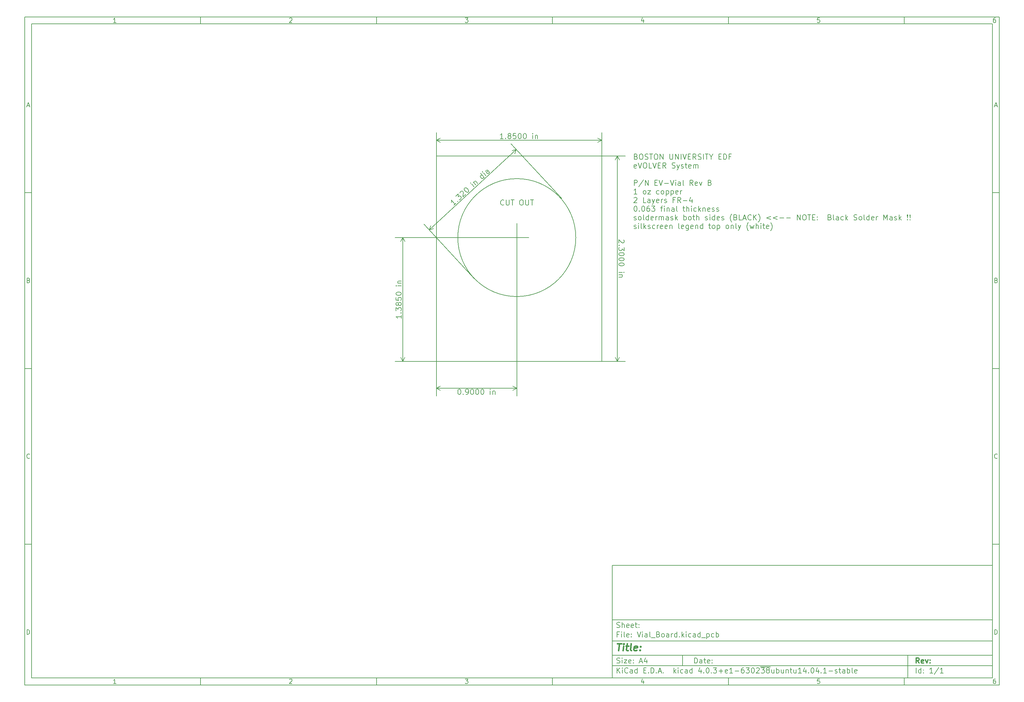
<source format=gbr>
G04 #@! TF.FileFunction,Drawing*
%FSLAX46Y46*%
G04 Gerber Fmt 4.6, Leading zero omitted, Abs format (unit mm)*
G04 Created by KiCad (PCBNEW 4.0.3+e1-6302~38~ubuntu14.04.1-stable) date Fri Aug 19 15:50:11 2016*
%MOMM*%
%LPD*%
G01*
G04 APERTURE LIST*
%ADD10C,0.100000*%
%ADD11C,0.150000*%
%ADD12C,0.300000*%
%ADD13C,0.400000*%
%ADD14C,0.177800*%
%ADD15C,0.200000*%
G04 APERTURE END LIST*
D10*
D11*
X177002200Y-166007200D02*
X177002200Y-198007200D01*
X285002200Y-198007200D01*
X285002200Y-166007200D01*
X177002200Y-166007200D01*
D10*
D11*
X10000000Y-10000000D02*
X10000000Y-200007200D01*
X287002200Y-200007200D01*
X287002200Y-10000000D01*
X10000000Y-10000000D01*
D10*
D11*
X12000000Y-12000000D02*
X12000000Y-198007200D01*
X285002200Y-198007200D01*
X285002200Y-12000000D01*
X12000000Y-12000000D01*
D10*
D11*
X60000000Y-12000000D02*
X60000000Y-10000000D01*
D10*
D11*
X110000000Y-12000000D02*
X110000000Y-10000000D01*
D10*
D11*
X160000000Y-12000000D02*
X160000000Y-10000000D01*
D10*
D11*
X210000000Y-12000000D02*
X210000000Y-10000000D01*
D10*
D11*
X260000000Y-12000000D02*
X260000000Y-10000000D01*
D10*
D11*
X35990476Y-11588095D02*
X35247619Y-11588095D01*
X35619048Y-11588095D02*
X35619048Y-10288095D01*
X35495238Y-10473810D01*
X35371429Y-10597619D01*
X35247619Y-10659524D01*
D10*
D11*
X85247619Y-10411905D02*
X85309524Y-10350000D01*
X85433333Y-10288095D01*
X85742857Y-10288095D01*
X85866667Y-10350000D01*
X85928571Y-10411905D01*
X85990476Y-10535714D01*
X85990476Y-10659524D01*
X85928571Y-10845238D01*
X85185714Y-11588095D01*
X85990476Y-11588095D01*
D10*
D11*
X135185714Y-10288095D02*
X135990476Y-10288095D01*
X135557143Y-10783333D01*
X135742857Y-10783333D01*
X135866667Y-10845238D01*
X135928571Y-10907143D01*
X135990476Y-11030952D01*
X135990476Y-11340476D01*
X135928571Y-11464286D01*
X135866667Y-11526190D01*
X135742857Y-11588095D01*
X135371429Y-11588095D01*
X135247619Y-11526190D01*
X135185714Y-11464286D01*
D10*
D11*
X185866667Y-10721429D02*
X185866667Y-11588095D01*
X185557143Y-10226190D02*
X185247619Y-11154762D01*
X186052381Y-11154762D01*
D10*
D11*
X235928571Y-10288095D02*
X235309524Y-10288095D01*
X235247619Y-10907143D01*
X235309524Y-10845238D01*
X235433333Y-10783333D01*
X235742857Y-10783333D01*
X235866667Y-10845238D01*
X235928571Y-10907143D01*
X235990476Y-11030952D01*
X235990476Y-11340476D01*
X235928571Y-11464286D01*
X235866667Y-11526190D01*
X235742857Y-11588095D01*
X235433333Y-11588095D01*
X235309524Y-11526190D01*
X235247619Y-11464286D01*
D10*
D11*
X285866667Y-10288095D02*
X285619048Y-10288095D01*
X285495238Y-10350000D01*
X285433333Y-10411905D01*
X285309524Y-10597619D01*
X285247619Y-10845238D01*
X285247619Y-11340476D01*
X285309524Y-11464286D01*
X285371429Y-11526190D01*
X285495238Y-11588095D01*
X285742857Y-11588095D01*
X285866667Y-11526190D01*
X285928571Y-11464286D01*
X285990476Y-11340476D01*
X285990476Y-11030952D01*
X285928571Y-10907143D01*
X285866667Y-10845238D01*
X285742857Y-10783333D01*
X285495238Y-10783333D01*
X285371429Y-10845238D01*
X285309524Y-10907143D01*
X285247619Y-11030952D01*
D10*
D11*
X60000000Y-198007200D02*
X60000000Y-200007200D01*
D10*
D11*
X110000000Y-198007200D02*
X110000000Y-200007200D01*
D10*
D11*
X160000000Y-198007200D02*
X160000000Y-200007200D01*
D10*
D11*
X210000000Y-198007200D02*
X210000000Y-200007200D01*
D10*
D11*
X260000000Y-198007200D02*
X260000000Y-200007200D01*
D10*
D11*
X35990476Y-199595295D02*
X35247619Y-199595295D01*
X35619048Y-199595295D02*
X35619048Y-198295295D01*
X35495238Y-198481010D01*
X35371429Y-198604819D01*
X35247619Y-198666724D01*
D10*
D11*
X85247619Y-198419105D02*
X85309524Y-198357200D01*
X85433333Y-198295295D01*
X85742857Y-198295295D01*
X85866667Y-198357200D01*
X85928571Y-198419105D01*
X85990476Y-198542914D01*
X85990476Y-198666724D01*
X85928571Y-198852438D01*
X85185714Y-199595295D01*
X85990476Y-199595295D01*
D10*
D11*
X135185714Y-198295295D02*
X135990476Y-198295295D01*
X135557143Y-198790533D01*
X135742857Y-198790533D01*
X135866667Y-198852438D01*
X135928571Y-198914343D01*
X135990476Y-199038152D01*
X135990476Y-199347676D01*
X135928571Y-199471486D01*
X135866667Y-199533390D01*
X135742857Y-199595295D01*
X135371429Y-199595295D01*
X135247619Y-199533390D01*
X135185714Y-199471486D01*
D10*
D11*
X185866667Y-198728629D02*
X185866667Y-199595295D01*
X185557143Y-198233390D02*
X185247619Y-199161962D01*
X186052381Y-199161962D01*
D10*
D11*
X235928571Y-198295295D02*
X235309524Y-198295295D01*
X235247619Y-198914343D01*
X235309524Y-198852438D01*
X235433333Y-198790533D01*
X235742857Y-198790533D01*
X235866667Y-198852438D01*
X235928571Y-198914343D01*
X235990476Y-199038152D01*
X235990476Y-199347676D01*
X235928571Y-199471486D01*
X235866667Y-199533390D01*
X235742857Y-199595295D01*
X235433333Y-199595295D01*
X235309524Y-199533390D01*
X235247619Y-199471486D01*
D10*
D11*
X285866667Y-198295295D02*
X285619048Y-198295295D01*
X285495238Y-198357200D01*
X285433333Y-198419105D01*
X285309524Y-198604819D01*
X285247619Y-198852438D01*
X285247619Y-199347676D01*
X285309524Y-199471486D01*
X285371429Y-199533390D01*
X285495238Y-199595295D01*
X285742857Y-199595295D01*
X285866667Y-199533390D01*
X285928571Y-199471486D01*
X285990476Y-199347676D01*
X285990476Y-199038152D01*
X285928571Y-198914343D01*
X285866667Y-198852438D01*
X285742857Y-198790533D01*
X285495238Y-198790533D01*
X285371429Y-198852438D01*
X285309524Y-198914343D01*
X285247619Y-199038152D01*
D10*
D11*
X10000000Y-60000000D02*
X12000000Y-60000000D01*
D10*
D11*
X10000000Y-110000000D02*
X12000000Y-110000000D01*
D10*
D11*
X10000000Y-160000000D02*
X12000000Y-160000000D01*
D10*
D11*
X10690476Y-35216667D02*
X11309524Y-35216667D01*
X10566667Y-35588095D02*
X11000000Y-34288095D01*
X11433333Y-35588095D01*
D10*
D11*
X11092857Y-84907143D02*
X11278571Y-84969048D01*
X11340476Y-85030952D01*
X11402381Y-85154762D01*
X11402381Y-85340476D01*
X11340476Y-85464286D01*
X11278571Y-85526190D01*
X11154762Y-85588095D01*
X10659524Y-85588095D01*
X10659524Y-84288095D01*
X11092857Y-84288095D01*
X11216667Y-84350000D01*
X11278571Y-84411905D01*
X11340476Y-84535714D01*
X11340476Y-84659524D01*
X11278571Y-84783333D01*
X11216667Y-84845238D01*
X11092857Y-84907143D01*
X10659524Y-84907143D01*
D10*
D11*
X11402381Y-135464286D02*
X11340476Y-135526190D01*
X11154762Y-135588095D01*
X11030952Y-135588095D01*
X10845238Y-135526190D01*
X10721429Y-135402381D01*
X10659524Y-135278571D01*
X10597619Y-135030952D01*
X10597619Y-134845238D01*
X10659524Y-134597619D01*
X10721429Y-134473810D01*
X10845238Y-134350000D01*
X11030952Y-134288095D01*
X11154762Y-134288095D01*
X11340476Y-134350000D01*
X11402381Y-134411905D01*
D10*
D11*
X10659524Y-185588095D02*
X10659524Y-184288095D01*
X10969048Y-184288095D01*
X11154762Y-184350000D01*
X11278571Y-184473810D01*
X11340476Y-184597619D01*
X11402381Y-184845238D01*
X11402381Y-185030952D01*
X11340476Y-185278571D01*
X11278571Y-185402381D01*
X11154762Y-185526190D01*
X10969048Y-185588095D01*
X10659524Y-185588095D01*
D10*
D11*
X287002200Y-60000000D02*
X285002200Y-60000000D01*
D10*
D11*
X287002200Y-110000000D02*
X285002200Y-110000000D01*
D10*
D11*
X287002200Y-160000000D02*
X285002200Y-160000000D01*
D10*
D11*
X285692676Y-35216667D02*
X286311724Y-35216667D01*
X285568867Y-35588095D02*
X286002200Y-34288095D01*
X286435533Y-35588095D01*
D10*
D11*
X286095057Y-84907143D02*
X286280771Y-84969048D01*
X286342676Y-85030952D01*
X286404581Y-85154762D01*
X286404581Y-85340476D01*
X286342676Y-85464286D01*
X286280771Y-85526190D01*
X286156962Y-85588095D01*
X285661724Y-85588095D01*
X285661724Y-84288095D01*
X286095057Y-84288095D01*
X286218867Y-84350000D01*
X286280771Y-84411905D01*
X286342676Y-84535714D01*
X286342676Y-84659524D01*
X286280771Y-84783333D01*
X286218867Y-84845238D01*
X286095057Y-84907143D01*
X285661724Y-84907143D01*
D10*
D11*
X286404581Y-135464286D02*
X286342676Y-135526190D01*
X286156962Y-135588095D01*
X286033152Y-135588095D01*
X285847438Y-135526190D01*
X285723629Y-135402381D01*
X285661724Y-135278571D01*
X285599819Y-135030952D01*
X285599819Y-134845238D01*
X285661724Y-134597619D01*
X285723629Y-134473810D01*
X285847438Y-134350000D01*
X286033152Y-134288095D01*
X286156962Y-134288095D01*
X286342676Y-134350000D01*
X286404581Y-134411905D01*
D10*
D11*
X285661724Y-185588095D02*
X285661724Y-184288095D01*
X285971248Y-184288095D01*
X286156962Y-184350000D01*
X286280771Y-184473810D01*
X286342676Y-184597619D01*
X286404581Y-184845238D01*
X286404581Y-185030952D01*
X286342676Y-185278571D01*
X286280771Y-185402381D01*
X286156962Y-185526190D01*
X285971248Y-185588095D01*
X285661724Y-185588095D01*
D10*
D11*
X200359343Y-193785771D02*
X200359343Y-192285771D01*
X200716486Y-192285771D01*
X200930771Y-192357200D01*
X201073629Y-192500057D01*
X201145057Y-192642914D01*
X201216486Y-192928629D01*
X201216486Y-193142914D01*
X201145057Y-193428629D01*
X201073629Y-193571486D01*
X200930771Y-193714343D01*
X200716486Y-193785771D01*
X200359343Y-193785771D01*
X202502200Y-193785771D02*
X202502200Y-193000057D01*
X202430771Y-192857200D01*
X202287914Y-192785771D01*
X202002200Y-192785771D01*
X201859343Y-192857200D01*
X202502200Y-193714343D02*
X202359343Y-193785771D01*
X202002200Y-193785771D01*
X201859343Y-193714343D01*
X201787914Y-193571486D01*
X201787914Y-193428629D01*
X201859343Y-193285771D01*
X202002200Y-193214343D01*
X202359343Y-193214343D01*
X202502200Y-193142914D01*
X203002200Y-192785771D02*
X203573629Y-192785771D01*
X203216486Y-192285771D02*
X203216486Y-193571486D01*
X203287914Y-193714343D01*
X203430772Y-193785771D01*
X203573629Y-193785771D01*
X204645057Y-193714343D02*
X204502200Y-193785771D01*
X204216486Y-193785771D01*
X204073629Y-193714343D01*
X204002200Y-193571486D01*
X204002200Y-193000057D01*
X204073629Y-192857200D01*
X204216486Y-192785771D01*
X204502200Y-192785771D01*
X204645057Y-192857200D01*
X204716486Y-193000057D01*
X204716486Y-193142914D01*
X204002200Y-193285771D01*
X205359343Y-193642914D02*
X205430771Y-193714343D01*
X205359343Y-193785771D01*
X205287914Y-193714343D01*
X205359343Y-193642914D01*
X205359343Y-193785771D01*
X205359343Y-192857200D02*
X205430771Y-192928629D01*
X205359343Y-193000057D01*
X205287914Y-192928629D01*
X205359343Y-192857200D01*
X205359343Y-193000057D01*
D10*
D11*
X177002200Y-194507200D02*
X285002200Y-194507200D01*
D10*
D11*
X178359343Y-196585771D02*
X178359343Y-195085771D01*
X179216486Y-196585771D02*
X178573629Y-195728629D01*
X179216486Y-195085771D02*
X178359343Y-195942914D01*
X179859343Y-196585771D02*
X179859343Y-195585771D01*
X179859343Y-195085771D02*
X179787914Y-195157200D01*
X179859343Y-195228629D01*
X179930771Y-195157200D01*
X179859343Y-195085771D01*
X179859343Y-195228629D01*
X181430772Y-196442914D02*
X181359343Y-196514343D01*
X181145057Y-196585771D01*
X181002200Y-196585771D01*
X180787915Y-196514343D01*
X180645057Y-196371486D01*
X180573629Y-196228629D01*
X180502200Y-195942914D01*
X180502200Y-195728629D01*
X180573629Y-195442914D01*
X180645057Y-195300057D01*
X180787915Y-195157200D01*
X181002200Y-195085771D01*
X181145057Y-195085771D01*
X181359343Y-195157200D01*
X181430772Y-195228629D01*
X182716486Y-196585771D02*
X182716486Y-195800057D01*
X182645057Y-195657200D01*
X182502200Y-195585771D01*
X182216486Y-195585771D01*
X182073629Y-195657200D01*
X182716486Y-196514343D02*
X182573629Y-196585771D01*
X182216486Y-196585771D01*
X182073629Y-196514343D01*
X182002200Y-196371486D01*
X182002200Y-196228629D01*
X182073629Y-196085771D01*
X182216486Y-196014343D01*
X182573629Y-196014343D01*
X182716486Y-195942914D01*
X184073629Y-196585771D02*
X184073629Y-195085771D01*
X184073629Y-196514343D02*
X183930772Y-196585771D01*
X183645058Y-196585771D01*
X183502200Y-196514343D01*
X183430772Y-196442914D01*
X183359343Y-196300057D01*
X183359343Y-195871486D01*
X183430772Y-195728629D01*
X183502200Y-195657200D01*
X183645058Y-195585771D01*
X183930772Y-195585771D01*
X184073629Y-195657200D01*
X185930772Y-195800057D02*
X186430772Y-195800057D01*
X186645058Y-196585771D02*
X185930772Y-196585771D01*
X185930772Y-195085771D01*
X186645058Y-195085771D01*
X187287915Y-196442914D02*
X187359343Y-196514343D01*
X187287915Y-196585771D01*
X187216486Y-196514343D01*
X187287915Y-196442914D01*
X187287915Y-196585771D01*
X188002201Y-196585771D02*
X188002201Y-195085771D01*
X188359344Y-195085771D01*
X188573629Y-195157200D01*
X188716487Y-195300057D01*
X188787915Y-195442914D01*
X188859344Y-195728629D01*
X188859344Y-195942914D01*
X188787915Y-196228629D01*
X188716487Y-196371486D01*
X188573629Y-196514343D01*
X188359344Y-196585771D01*
X188002201Y-196585771D01*
X189502201Y-196442914D02*
X189573629Y-196514343D01*
X189502201Y-196585771D01*
X189430772Y-196514343D01*
X189502201Y-196442914D01*
X189502201Y-196585771D01*
X190145058Y-196157200D02*
X190859344Y-196157200D01*
X190002201Y-196585771D02*
X190502201Y-195085771D01*
X191002201Y-196585771D01*
X191502201Y-196442914D02*
X191573629Y-196514343D01*
X191502201Y-196585771D01*
X191430772Y-196514343D01*
X191502201Y-196442914D01*
X191502201Y-196585771D01*
X194502201Y-196585771D02*
X194502201Y-195085771D01*
X194645058Y-196014343D02*
X195073629Y-196585771D01*
X195073629Y-195585771D02*
X194502201Y-196157200D01*
X195716487Y-196585771D02*
X195716487Y-195585771D01*
X195716487Y-195085771D02*
X195645058Y-195157200D01*
X195716487Y-195228629D01*
X195787915Y-195157200D01*
X195716487Y-195085771D01*
X195716487Y-195228629D01*
X197073630Y-196514343D02*
X196930773Y-196585771D01*
X196645059Y-196585771D01*
X196502201Y-196514343D01*
X196430773Y-196442914D01*
X196359344Y-196300057D01*
X196359344Y-195871486D01*
X196430773Y-195728629D01*
X196502201Y-195657200D01*
X196645059Y-195585771D01*
X196930773Y-195585771D01*
X197073630Y-195657200D01*
X198359344Y-196585771D02*
X198359344Y-195800057D01*
X198287915Y-195657200D01*
X198145058Y-195585771D01*
X197859344Y-195585771D01*
X197716487Y-195657200D01*
X198359344Y-196514343D02*
X198216487Y-196585771D01*
X197859344Y-196585771D01*
X197716487Y-196514343D01*
X197645058Y-196371486D01*
X197645058Y-196228629D01*
X197716487Y-196085771D01*
X197859344Y-196014343D01*
X198216487Y-196014343D01*
X198359344Y-195942914D01*
X199716487Y-196585771D02*
X199716487Y-195085771D01*
X199716487Y-196514343D02*
X199573630Y-196585771D01*
X199287916Y-196585771D01*
X199145058Y-196514343D01*
X199073630Y-196442914D01*
X199002201Y-196300057D01*
X199002201Y-195871486D01*
X199073630Y-195728629D01*
X199145058Y-195657200D01*
X199287916Y-195585771D01*
X199573630Y-195585771D01*
X199716487Y-195657200D01*
X202216487Y-195585771D02*
X202216487Y-196585771D01*
X201859344Y-195014343D02*
X201502201Y-196085771D01*
X202430773Y-196085771D01*
X203002201Y-196442914D02*
X203073629Y-196514343D01*
X203002201Y-196585771D01*
X202930772Y-196514343D01*
X203002201Y-196442914D01*
X203002201Y-196585771D01*
X204002201Y-195085771D02*
X204145058Y-195085771D01*
X204287915Y-195157200D01*
X204359344Y-195228629D01*
X204430773Y-195371486D01*
X204502201Y-195657200D01*
X204502201Y-196014343D01*
X204430773Y-196300057D01*
X204359344Y-196442914D01*
X204287915Y-196514343D01*
X204145058Y-196585771D01*
X204002201Y-196585771D01*
X203859344Y-196514343D01*
X203787915Y-196442914D01*
X203716487Y-196300057D01*
X203645058Y-196014343D01*
X203645058Y-195657200D01*
X203716487Y-195371486D01*
X203787915Y-195228629D01*
X203859344Y-195157200D01*
X204002201Y-195085771D01*
X205145058Y-196442914D02*
X205216486Y-196514343D01*
X205145058Y-196585771D01*
X205073629Y-196514343D01*
X205145058Y-196442914D01*
X205145058Y-196585771D01*
X205716487Y-195085771D02*
X206645058Y-195085771D01*
X206145058Y-195657200D01*
X206359344Y-195657200D01*
X206502201Y-195728629D01*
X206573630Y-195800057D01*
X206645058Y-195942914D01*
X206645058Y-196300057D01*
X206573630Y-196442914D01*
X206502201Y-196514343D01*
X206359344Y-196585771D01*
X205930772Y-196585771D01*
X205787915Y-196514343D01*
X205716487Y-196442914D01*
X207287915Y-196014343D02*
X208430772Y-196014343D01*
X207859343Y-196585771D02*
X207859343Y-195442914D01*
X209716486Y-196514343D02*
X209573629Y-196585771D01*
X209287915Y-196585771D01*
X209145058Y-196514343D01*
X209073629Y-196371486D01*
X209073629Y-195800057D01*
X209145058Y-195657200D01*
X209287915Y-195585771D01*
X209573629Y-195585771D01*
X209716486Y-195657200D01*
X209787915Y-195800057D01*
X209787915Y-195942914D01*
X209073629Y-196085771D01*
X211216486Y-196585771D02*
X210359343Y-196585771D01*
X210787915Y-196585771D02*
X210787915Y-195085771D01*
X210645058Y-195300057D01*
X210502200Y-195442914D01*
X210359343Y-195514343D01*
X211859343Y-196014343D02*
X213002200Y-196014343D01*
X214359343Y-195085771D02*
X214073629Y-195085771D01*
X213930772Y-195157200D01*
X213859343Y-195228629D01*
X213716486Y-195442914D01*
X213645057Y-195728629D01*
X213645057Y-196300057D01*
X213716486Y-196442914D01*
X213787914Y-196514343D01*
X213930772Y-196585771D01*
X214216486Y-196585771D01*
X214359343Y-196514343D01*
X214430772Y-196442914D01*
X214502200Y-196300057D01*
X214502200Y-195942914D01*
X214430772Y-195800057D01*
X214359343Y-195728629D01*
X214216486Y-195657200D01*
X213930772Y-195657200D01*
X213787914Y-195728629D01*
X213716486Y-195800057D01*
X213645057Y-195942914D01*
X215002200Y-195085771D02*
X215930771Y-195085771D01*
X215430771Y-195657200D01*
X215645057Y-195657200D01*
X215787914Y-195728629D01*
X215859343Y-195800057D01*
X215930771Y-195942914D01*
X215930771Y-196300057D01*
X215859343Y-196442914D01*
X215787914Y-196514343D01*
X215645057Y-196585771D01*
X215216485Y-196585771D01*
X215073628Y-196514343D01*
X215002200Y-196442914D01*
X216859342Y-195085771D02*
X217002199Y-195085771D01*
X217145056Y-195157200D01*
X217216485Y-195228629D01*
X217287914Y-195371486D01*
X217359342Y-195657200D01*
X217359342Y-196014343D01*
X217287914Y-196300057D01*
X217216485Y-196442914D01*
X217145056Y-196514343D01*
X217002199Y-196585771D01*
X216859342Y-196585771D01*
X216716485Y-196514343D01*
X216645056Y-196442914D01*
X216573628Y-196300057D01*
X216502199Y-196014343D01*
X216502199Y-195657200D01*
X216573628Y-195371486D01*
X216645056Y-195228629D01*
X216716485Y-195157200D01*
X216859342Y-195085771D01*
X217930770Y-195228629D02*
X218002199Y-195157200D01*
X218145056Y-195085771D01*
X218502199Y-195085771D01*
X218645056Y-195157200D01*
X218716485Y-195228629D01*
X218787913Y-195371486D01*
X218787913Y-195514343D01*
X218716485Y-195728629D01*
X217859342Y-196585771D01*
X218787913Y-196585771D01*
X219287913Y-195085771D02*
X220216484Y-195085771D01*
X219716484Y-195657200D01*
X219930770Y-195657200D01*
X220073627Y-195728629D01*
X220145056Y-195800057D01*
X220216484Y-195942914D01*
X220216484Y-196300057D01*
X220145056Y-196442914D01*
X220073627Y-196514343D01*
X219930770Y-196585771D01*
X219502198Y-196585771D01*
X219359341Y-196514343D01*
X219287913Y-196442914D01*
X221073627Y-195728629D02*
X220930769Y-195657200D01*
X220859341Y-195585771D01*
X220787912Y-195442914D01*
X220787912Y-195371486D01*
X220859341Y-195228629D01*
X220930769Y-195157200D01*
X221073627Y-195085771D01*
X221359341Y-195085771D01*
X221502198Y-195157200D01*
X221573627Y-195228629D01*
X221645055Y-195371486D01*
X221645055Y-195442914D01*
X221573627Y-195585771D01*
X221502198Y-195657200D01*
X221359341Y-195728629D01*
X221073627Y-195728629D01*
X220930769Y-195800057D01*
X220859341Y-195871486D01*
X220787912Y-196014343D01*
X220787912Y-196300057D01*
X220859341Y-196442914D01*
X220930769Y-196514343D01*
X221073627Y-196585771D01*
X221359341Y-196585771D01*
X221502198Y-196514343D01*
X221573627Y-196442914D01*
X221645055Y-196300057D01*
X221645055Y-196014343D01*
X221573627Y-195871486D01*
X221502198Y-195800057D01*
X221359341Y-195728629D01*
X219073627Y-194827200D02*
X221930769Y-194827200D01*
X222930769Y-195585771D02*
X222930769Y-196585771D01*
X222287912Y-195585771D02*
X222287912Y-196371486D01*
X222359340Y-196514343D01*
X222502198Y-196585771D01*
X222716483Y-196585771D01*
X222859340Y-196514343D01*
X222930769Y-196442914D01*
X223645055Y-196585771D02*
X223645055Y-195085771D01*
X223645055Y-195657200D02*
X223787912Y-195585771D01*
X224073626Y-195585771D01*
X224216483Y-195657200D01*
X224287912Y-195728629D01*
X224359341Y-195871486D01*
X224359341Y-196300057D01*
X224287912Y-196442914D01*
X224216483Y-196514343D01*
X224073626Y-196585771D01*
X223787912Y-196585771D01*
X223645055Y-196514343D01*
X225645055Y-195585771D02*
X225645055Y-196585771D01*
X225002198Y-195585771D02*
X225002198Y-196371486D01*
X225073626Y-196514343D01*
X225216484Y-196585771D01*
X225430769Y-196585771D01*
X225573626Y-196514343D01*
X225645055Y-196442914D01*
X226359341Y-195585771D02*
X226359341Y-196585771D01*
X226359341Y-195728629D02*
X226430769Y-195657200D01*
X226573627Y-195585771D01*
X226787912Y-195585771D01*
X226930769Y-195657200D01*
X227002198Y-195800057D01*
X227002198Y-196585771D01*
X227502198Y-195585771D02*
X228073627Y-195585771D01*
X227716484Y-195085771D02*
X227716484Y-196371486D01*
X227787912Y-196514343D01*
X227930770Y-196585771D01*
X228073627Y-196585771D01*
X229216484Y-195585771D02*
X229216484Y-196585771D01*
X228573627Y-195585771D02*
X228573627Y-196371486D01*
X228645055Y-196514343D01*
X228787913Y-196585771D01*
X229002198Y-196585771D01*
X229145055Y-196514343D01*
X229216484Y-196442914D01*
X230716484Y-196585771D02*
X229859341Y-196585771D01*
X230287913Y-196585771D02*
X230287913Y-195085771D01*
X230145056Y-195300057D01*
X230002198Y-195442914D01*
X229859341Y-195514343D01*
X232002198Y-195585771D02*
X232002198Y-196585771D01*
X231645055Y-195014343D02*
X231287912Y-196085771D01*
X232216484Y-196085771D01*
X232787912Y-196442914D02*
X232859340Y-196514343D01*
X232787912Y-196585771D01*
X232716483Y-196514343D01*
X232787912Y-196442914D01*
X232787912Y-196585771D01*
X233787912Y-195085771D02*
X233930769Y-195085771D01*
X234073626Y-195157200D01*
X234145055Y-195228629D01*
X234216484Y-195371486D01*
X234287912Y-195657200D01*
X234287912Y-196014343D01*
X234216484Y-196300057D01*
X234145055Y-196442914D01*
X234073626Y-196514343D01*
X233930769Y-196585771D01*
X233787912Y-196585771D01*
X233645055Y-196514343D01*
X233573626Y-196442914D01*
X233502198Y-196300057D01*
X233430769Y-196014343D01*
X233430769Y-195657200D01*
X233502198Y-195371486D01*
X233573626Y-195228629D01*
X233645055Y-195157200D01*
X233787912Y-195085771D01*
X235573626Y-195585771D02*
X235573626Y-196585771D01*
X235216483Y-195014343D02*
X234859340Y-196085771D01*
X235787912Y-196085771D01*
X236359340Y-196442914D02*
X236430768Y-196514343D01*
X236359340Y-196585771D01*
X236287911Y-196514343D01*
X236359340Y-196442914D01*
X236359340Y-196585771D01*
X237859340Y-196585771D02*
X237002197Y-196585771D01*
X237430769Y-196585771D02*
X237430769Y-195085771D01*
X237287912Y-195300057D01*
X237145054Y-195442914D01*
X237002197Y-195514343D01*
X238502197Y-196014343D02*
X239645054Y-196014343D01*
X240287911Y-196514343D02*
X240430768Y-196585771D01*
X240716483Y-196585771D01*
X240859340Y-196514343D01*
X240930768Y-196371486D01*
X240930768Y-196300057D01*
X240859340Y-196157200D01*
X240716483Y-196085771D01*
X240502197Y-196085771D01*
X240359340Y-196014343D01*
X240287911Y-195871486D01*
X240287911Y-195800057D01*
X240359340Y-195657200D01*
X240502197Y-195585771D01*
X240716483Y-195585771D01*
X240859340Y-195657200D01*
X241359340Y-195585771D02*
X241930769Y-195585771D01*
X241573626Y-195085771D02*
X241573626Y-196371486D01*
X241645054Y-196514343D01*
X241787912Y-196585771D01*
X241930769Y-196585771D01*
X243073626Y-196585771D02*
X243073626Y-195800057D01*
X243002197Y-195657200D01*
X242859340Y-195585771D01*
X242573626Y-195585771D01*
X242430769Y-195657200D01*
X243073626Y-196514343D02*
X242930769Y-196585771D01*
X242573626Y-196585771D01*
X242430769Y-196514343D01*
X242359340Y-196371486D01*
X242359340Y-196228629D01*
X242430769Y-196085771D01*
X242573626Y-196014343D01*
X242930769Y-196014343D01*
X243073626Y-195942914D01*
X243787912Y-196585771D02*
X243787912Y-195085771D01*
X243787912Y-195657200D02*
X243930769Y-195585771D01*
X244216483Y-195585771D01*
X244359340Y-195657200D01*
X244430769Y-195728629D01*
X244502198Y-195871486D01*
X244502198Y-196300057D01*
X244430769Y-196442914D01*
X244359340Y-196514343D01*
X244216483Y-196585771D01*
X243930769Y-196585771D01*
X243787912Y-196514343D01*
X245359341Y-196585771D02*
X245216483Y-196514343D01*
X245145055Y-196371486D01*
X245145055Y-195085771D01*
X246502197Y-196514343D02*
X246359340Y-196585771D01*
X246073626Y-196585771D01*
X245930769Y-196514343D01*
X245859340Y-196371486D01*
X245859340Y-195800057D01*
X245930769Y-195657200D01*
X246073626Y-195585771D01*
X246359340Y-195585771D01*
X246502197Y-195657200D01*
X246573626Y-195800057D01*
X246573626Y-195942914D01*
X245859340Y-196085771D01*
D10*
D11*
X177002200Y-191507200D02*
X285002200Y-191507200D01*
D10*
D12*
X264216486Y-193785771D02*
X263716486Y-193071486D01*
X263359343Y-193785771D02*
X263359343Y-192285771D01*
X263930771Y-192285771D01*
X264073629Y-192357200D01*
X264145057Y-192428629D01*
X264216486Y-192571486D01*
X264216486Y-192785771D01*
X264145057Y-192928629D01*
X264073629Y-193000057D01*
X263930771Y-193071486D01*
X263359343Y-193071486D01*
X265430771Y-193714343D02*
X265287914Y-193785771D01*
X265002200Y-193785771D01*
X264859343Y-193714343D01*
X264787914Y-193571486D01*
X264787914Y-193000057D01*
X264859343Y-192857200D01*
X265002200Y-192785771D01*
X265287914Y-192785771D01*
X265430771Y-192857200D01*
X265502200Y-193000057D01*
X265502200Y-193142914D01*
X264787914Y-193285771D01*
X266002200Y-192785771D02*
X266359343Y-193785771D01*
X266716485Y-192785771D01*
X267287914Y-193642914D02*
X267359342Y-193714343D01*
X267287914Y-193785771D01*
X267216485Y-193714343D01*
X267287914Y-193642914D01*
X267287914Y-193785771D01*
X267287914Y-192857200D02*
X267359342Y-192928629D01*
X267287914Y-193000057D01*
X267216485Y-192928629D01*
X267287914Y-192857200D01*
X267287914Y-193000057D01*
D10*
D11*
X178287914Y-193714343D02*
X178502200Y-193785771D01*
X178859343Y-193785771D01*
X179002200Y-193714343D01*
X179073629Y-193642914D01*
X179145057Y-193500057D01*
X179145057Y-193357200D01*
X179073629Y-193214343D01*
X179002200Y-193142914D01*
X178859343Y-193071486D01*
X178573629Y-193000057D01*
X178430771Y-192928629D01*
X178359343Y-192857200D01*
X178287914Y-192714343D01*
X178287914Y-192571486D01*
X178359343Y-192428629D01*
X178430771Y-192357200D01*
X178573629Y-192285771D01*
X178930771Y-192285771D01*
X179145057Y-192357200D01*
X179787914Y-193785771D02*
X179787914Y-192785771D01*
X179787914Y-192285771D02*
X179716485Y-192357200D01*
X179787914Y-192428629D01*
X179859342Y-192357200D01*
X179787914Y-192285771D01*
X179787914Y-192428629D01*
X180359343Y-192785771D02*
X181145057Y-192785771D01*
X180359343Y-193785771D01*
X181145057Y-193785771D01*
X182287914Y-193714343D02*
X182145057Y-193785771D01*
X181859343Y-193785771D01*
X181716486Y-193714343D01*
X181645057Y-193571486D01*
X181645057Y-193000057D01*
X181716486Y-192857200D01*
X181859343Y-192785771D01*
X182145057Y-192785771D01*
X182287914Y-192857200D01*
X182359343Y-193000057D01*
X182359343Y-193142914D01*
X181645057Y-193285771D01*
X183002200Y-193642914D02*
X183073628Y-193714343D01*
X183002200Y-193785771D01*
X182930771Y-193714343D01*
X183002200Y-193642914D01*
X183002200Y-193785771D01*
X183002200Y-192857200D02*
X183073628Y-192928629D01*
X183002200Y-193000057D01*
X182930771Y-192928629D01*
X183002200Y-192857200D01*
X183002200Y-193000057D01*
X184787914Y-193357200D02*
X185502200Y-193357200D01*
X184645057Y-193785771D02*
X185145057Y-192285771D01*
X185645057Y-193785771D01*
X186787914Y-192785771D02*
X186787914Y-193785771D01*
X186430771Y-192214343D02*
X186073628Y-193285771D01*
X187002200Y-193285771D01*
D10*
D11*
X263359343Y-196585771D02*
X263359343Y-195085771D01*
X264716486Y-196585771D02*
X264716486Y-195085771D01*
X264716486Y-196514343D02*
X264573629Y-196585771D01*
X264287915Y-196585771D01*
X264145057Y-196514343D01*
X264073629Y-196442914D01*
X264002200Y-196300057D01*
X264002200Y-195871486D01*
X264073629Y-195728629D01*
X264145057Y-195657200D01*
X264287915Y-195585771D01*
X264573629Y-195585771D01*
X264716486Y-195657200D01*
X265430772Y-196442914D02*
X265502200Y-196514343D01*
X265430772Y-196585771D01*
X265359343Y-196514343D01*
X265430772Y-196442914D01*
X265430772Y-196585771D01*
X265430772Y-195657200D02*
X265502200Y-195728629D01*
X265430772Y-195800057D01*
X265359343Y-195728629D01*
X265430772Y-195657200D01*
X265430772Y-195800057D01*
X268073629Y-196585771D02*
X267216486Y-196585771D01*
X267645058Y-196585771D02*
X267645058Y-195085771D01*
X267502201Y-195300057D01*
X267359343Y-195442914D01*
X267216486Y-195514343D01*
X269787914Y-195014343D02*
X268502200Y-196942914D01*
X271073629Y-196585771D02*
X270216486Y-196585771D01*
X270645058Y-196585771D02*
X270645058Y-195085771D01*
X270502201Y-195300057D01*
X270359343Y-195442914D01*
X270216486Y-195514343D01*
D10*
D11*
X177002200Y-187507200D02*
X285002200Y-187507200D01*
D10*
D13*
X178454581Y-188211962D02*
X179597438Y-188211962D01*
X178776010Y-190211962D02*
X179026010Y-188211962D01*
X180014105Y-190211962D02*
X180180771Y-188878629D01*
X180264105Y-188211962D02*
X180156962Y-188307200D01*
X180240295Y-188402438D01*
X180347439Y-188307200D01*
X180264105Y-188211962D01*
X180240295Y-188402438D01*
X180847438Y-188878629D02*
X181609343Y-188878629D01*
X181216486Y-188211962D02*
X181002200Y-189926248D01*
X181073630Y-190116724D01*
X181252201Y-190211962D01*
X181442677Y-190211962D01*
X182395058Y-190211962D02*
X182216487Y-190116724D01*
X182145057Y-189926248D01*
X182359343Y-188211962D01*
X183930772Y-190116724D02*
X183728391Y-190211962D01*
X183347439Y-190211962D01*
X183168867Y-190116724D01*
X183097438Y-189926248D01*
X183192676Y-189164343D01*
X183311724Y-188973867D01*
X183514105Y-188878629D01*
X183895057Y-188878629D01*
X184073629Y-188973867D01*
X184145057Y-189164343D01*
X184121248Y-189354819D01*
X183145057Y-189545295D01*
X184895057Y-190021486D02*
X184978392Y-190116724D01*
X184871248Y-190211962D01*
X184787915Y-190116724D01*
X184895057Y-190021486D01*
X184871248Y-190211962D01*
X185026010Y-188973867D02*
X185109344Y-189069105D01*
X185002200Y-189164343D01*
X184918867Y-189069105D01*
X185026010Y-188973867D01*
X185002200Y-189164343D01*
D10*
D11*
X178859343Y-185600057D02*
X178359343Y-185600057D01*
X178359343Y-186385771D02*
X178359343Y-184885771D01*
X179073629Y-184885771D01*
X179645057Y-186385771D02*
X179645057Y-185385771D01*
X179645057Y-184885771D02*
X179573628Y-184957200D01*
X179645057Y-185028629D01*
X179716485Y-184957200D01*
X179645057Y-184885771D01*
X179645057Y-185028629D01*
X180573629Y-186385771D02*
X180430771Y-186314343D01*
X180359343Y-186171486D01*
X180359343Y-184885771D01*
X181716485Y-186314343D02*
X181573628Y-186385771D01*
X181287914Y-186385771D01*
X181145057Y-186314343D01*
X181073628Y-186171486D01*
X181073628Y-185600057D01*
X181145057Y-185457200D01*
X181287914Y-185385771D01*
X181573628Y-185385771D01*
X181716485Y-185457200D01*
X181787914Y-185600057D01*
X181787914Y-185742914D01*
X181073628Y-185885771D01*
X182430771Y-186242914D02*
X182502199Y-186314343D01*
X182430771Y-186385771D01*
X182359342Y-186314343D01*
X182430771Y-186242914D01*
X182430771Y-186385771D01*
X182430771Y-185457200D02*
X182502199Y-185528629D01*
X182430771Y-185600057D01*
X182359342Y-185528629D01*
X182430771Y-185457200D01*
X182430771Y-185600057D01*
X184073628Y-184885771D02*
X184573628Y-186385771D01*
X185073628Y-184885771D01*
X185573628Y-186385771D02*
X185573628Y-185385771D01*
X185573628Y-184885771D02*
X185502199Y-184957200D01*
X185573628Y-185028629D01*
X185645056Y-184957200D01*
X185573628Y-184885771D01*
X185573628Y-185028629D01*
X186930771Y-186385771D02*
X186930771Y-185600057D01*
X186859342Y-185457200D01*
X186716485Y-185385771D01*
X186430771Y-185385771D01*
X186287914Y-185457200D01*
X186930771Y-186314343D02*
X186787914Y-186385771D01*
X186430771Y-186385771D01*
X186287914Y-186314343D01*
X186216485Y-186171486D01*
X186216485Y-186028629D01*
X186287914Y-185885771D01*
X186430771Y-185814343D01*
X186787914Y-185814343D01*
X186930771Y-185742914D01*
X187859343Y-186385771D02*
X187716485Y-186314343D01*
X187645057Y-186171486D01*
X187645057Y-184885771D01*
X188073628Y-186528629D02*
X189216485Y-186528629D01*
X190073628Y-185600057D02*
X190287914Y-185671486D01*
X190359342Y-185742914D01*
X190430771Y-185885771D01*
X190430771Y-186100057D01*
X190359342Y-186242914D01*
X190287914Y-186314343D01*
X190145056Y-186385771D01*
X189573628Y-186385771D01*
X189573628Y-184885771D01*
X190073628Y-184885771D01*
X190216485Y-184957200D01*
X190287914Y-185028629D01*
X190359342Y-185171486D01*
X190359342Y-185314343D01*
X190287914Y-185457200D01*
X190216485Y-185528629D01*
X190073628Y-185600057D01*
X189573628Y-185600057D01*
X191287914Y-186385771D02*
X191145056Y-186314343D01*
X191073628Y-186242914D01*
X191002199Y-186100057D01*
X191002199Y-185671486D01*
X191073628Y-185528629D01*
X191145056Y-185457200D01*
X191287914Y-185385771D01*
X191502199Y-185385771D01*
X191645056Y-185457200D01*
X191716485Y-185528629D01*
X191787914Y-185671486D01*
X191787914Y-186100057D01*
X191716485Y-186242914D01*
X191645056Y-186314343D01*
X191502199Y-186385771D01*
X191287914Y-186385771D01*
X193073628Y-186385771D02*
X193073628Y-185600057D01*
X193002199Y-185457200D01*
X192859342Y-185385771D01*
X192573628Y-185385771D01*
X192430771Y-185457200D01*
X193073628Y-186314343D02*
X192930771Y-186385771D01*
X192573628Y-186385771D01*
X192430771Y-186314343D01*
X192359342Y-186171486D01*
X192359342Y-186028629D01*
X192430771Y-185885771D01*
X192573628Y-185814343D01*
X192930771Y-185814343D01*
X193073628Y-185742914D01*
X193787914Y-186385771D02*
X193787914Y-185385771D01*
X193787914Y-185671486D02*
X193859342Y-185528629D01*
X193930771Y-185457200D01*
X194073628Y-185385771D01*
X194216485Y-185385771D01*
X195359342Y-186385771D02*
X195359342Y-184885771D01*
X195359342Y-186314343D02*
X195216485Y-186385771D01*
X194930771Y-186385771D01*
X194787913Y-186314343D01*
X194716485Y-186242914D01*
X194645056Y-186100057D01*
X194645056Y-185671486D01*
X194716485Y-185528629D01*
X194787913Y-185457200D01*
X194930771Y-185385771D01*
X195216485Y-185385771D01*
X195359342Y-185457200D01*
X196073628Y-186242914D02*
X196145056Y-186314343D01*
X196073628Y-186385771D01*
X196002199Y-186314343D01*
X196073628Y-186242914D01*
X196073628Y-186385771D01*
X196787914Y-186385771D02*
X196787914Y-184885771D01*
X196930771Y-185814343D02*
X197359342Y-186385771D01*
X197359342Y-185385771D02*
X196787914Y-185957200D01*
X198002200Y-186385771D02*
X198002200Y-185385771D01*
X198002200Y-184885771D02*
X197930771Y-184957200D01*
X198002200Y-185028629D01*
X198073628Y-184957200D01*
X198002200Y-184885771D01*
X198002200Y-185028629D01*
X199359343Y-186314343D02*
X199216486Y-186385771D01*
X198930772Y-186385771D01*
X198787914Y-186314343D01*
X198716486Y-186242914D01*
X198645057Y-186100057D01*
X198645057Y-185671486D01*
X198716486Y-185528629D01*
X198787914Y-185457200D01*
X198930772Y-185385771D01*
X199216486Y-185385771D01*
X199359343Y-185457200D01*
X200645057Y-186385771D02*
X200645057Y-185600057D01*
X200573628Y-185457200D01*
X200430771Y-185385771D01*
X200145057Y-185385771D01*
X200002200Y-185457200D01*
X200645057Y-186314343D02*
X200502200Y-186385771D01*
X200145057Y-186385771D01*
X200002200Y-186314343D01*
X199930771Y-186171486D01*
X199930771Y-186028629D01*
X200002200Y-185885771D01*
X200145057Y-185814343D01*
X200502200Y-185814343D01*
X200645057Y-185742914D01*
X202002200Y-186385771D02*
X202002200Y-184885771D01*
X202002200Y-186314343D02*
X201859343Y-186385771D01*
X201573629Y-186385771D01*
X201430771Y-186314343D01*
X201359343Y-186242914D01*
X201287914Y-186100057D01*
X201287914Y-185671486D01*
X201359343Y-185528629D01*
X201430771Y-185457200D01*
X201573629Y-185385771D01*
X201859343Y-185385771D01*
X202002200Y-185457200D01*
X202359343Y-186528629D02*
X203502200Y-186528629D01*
X203859343Y-185385771D02*
X203859343Y-186885771D01*
X203859343Y-185457200D02*
X204002200Y-185385771D01*
X204287914Y-185385771D01*
X204430771Y-185457200D01*
X204502200Y-185528629D01*
X204573629Y-185671486D01*
X204573629Y-186100057D01*
X204502200Y-186242914D01*
X204430771Y-186314343D01*
X204287914Y-186385771D01*
X204002200Y-186385771D01*
X203859343Y-186314343D01*
X205859343Y-186314343D02*
X205716486Y-186385771D01*
X205430772Y-186385771D01*
X205287914Y-186314343D01*
X205216486Y-186242914D01*
X205145057Y-186100057D01*
X205145057Y-185671486D01*
X205216486Y-185528629D01*
X205287914Y-185457200D01*
X205430772Y-185385771D01*
X205716486Y-185385771D01*
X205859343Y-185457200D01*
X206502200Y-186385771D02*
X206502200Y-184885771D01*
X206502200Y-185457200D02*
X206645057Y-185385771D01*
X206930771Y-185385771D01*
X207073628Y-185457200D01*
X207145057Y-185528629D01*
X207216486Y-185671486D01*
X207216486Y-186100057D01*
X207145057Y-186242914D01*
X207073628Y-186314343D01*
X206930771Y-186385771D01*
X206645057Y-186385771D01*
X206502200Y-186314343D01*
D10*
D11*
X177002200Y-181507200D02*
X285002200Y-181507200D01*
D10*
D11*
X178287914Y-183614343D02*
X178502200Y-183685771D01*
X178859343Y-183685771D01*
X179002200Y-183614343D01*
X179073629Y-183542914D01*
X179145057Y-183400057D01*
X179145057Y-183257200D01*
X179073629Y-183114343D01*
X179002200Y-183042914D01*
X178859343Y-182971486D01*
X178573629Y-182900057D01*
X178430771Y-182828629D01*
X178359343Y-182757200D01*
X178287914Y-182614343D01*
X178287914Y-182471486D01*
X178359343Y-182328629D01*
X178430771Y-182257200D01*
X178573629Y-182185771D01*
X178930771Y-182185771D01*
X179145057Y-182257200D01*
X179787914Y-183685771D02*
X179787914Y-182185771D01*
X180430771Y-183685771D02*
X180430771Y-182900057D01*
X180359342Y-182757200D01*
X180216485Y-182685771D01*
X180002200Y-182685771D01*
X179859342Y-182757200D01*
X179787914Y-182828629D01*
X181716485Y-183614343D02*
X181573628Y-183685771D01*
X181287914Y-183685771D01*
X181145057Y-183614343D01*
X181073628Y-183471486D01*
X181073628Y-182900057D01*
X181145057Y-182757200D01*
X181287914Y-182685771D01*
X181573628Y-182685771D01*
X181716485Y-182757200D01*
X181787914Y-182900057D01*
X181787914Y-183042914D01*
X181073628Y-183185771D01*
X183002199Y-183614343D02*
X182859342Y-183685771D01*
X182573628Y-183685771D01*
X182430771Y-183614343D01*
X182359342Y-183471486D01*
X182359342Y-182900057D01*
X182430771Y-182757200D01*
X182573628Y-182685771D01*
X182859342Y-182685771D01*
X183002199Y-182757200D01*
X183073628Y-182900057D01*
X183073628Y-183042914D01*
X182359342Y-183185771D01*
X183502199Y-182685771D02*
X184073628Y-182685771D01*
X183716485Y-182185771D02*
X183716485Y-183471486D01*
X183787913Y-183614343D01*
X183930771Y-183685771D01*
X184073628Y-183685771D01*
X184573628Y-183542914D02*
X184645056Y-183614343D01*
X184573628Y-183685771D01*
X184502199Y-183614343D01*
X184573628Y-183542914D01*
X184573628Y-183685771D01*
X184573628Y-182757200D02*
X184645056Y-182828629D01*
X184573628Y-182900057D01*
X184502199Y-182828629D01*
X184573628Y-182757200D01*
X184573628Y-182900057D01*
D10*
D11*
X197002200Y-191507200D02*
X197002200Y-194507200D01*
D10*
D11*
X261002200Y-191507200D02*
X261002200Y-198007200D01*
D14*
X117046829Y-94823643D02*
X117046829Y-95694500D01*
X117046829Y-95259072D02*
X115522829Y-95259072D01*
X115740543Y-95404215D01*
X115885686Y-95549357D01*
X115958257Y-95694500D01*
X116901686Y-94170500D02*
X116974257Y-94097928D01*
X117046829Y-94170500D01*
X116974257Y-94243071D01*
X116901686Y-94170500D01*
X117046829Y-94170500D01*
X115522829Y-93589929D02*
X115522829Y-92646500D01*
X116103400Y-93154500D01*
X116103400Y-92936786D01*
X116175971Y-92791643D01*
X116248543Y-92719072D01*
X116393686Y-92646500D01*
X116756543Y-92646500D01*
X116901686Y-92719072D01*
X116974257Y-92791643D01*
X117046829Y-92936786D01*
X117046829Y-93372214D01*
X116974257Y-93517357D01*
X116901686Y-93589929D01*
X116175971Y-91775643D02*
X116103400Y-91920785D01*
X116030829Y-91993357D01*
X115885686Y-92065928D01*
X115813114Y-92065928D01*
X115667971Y-91993357D01*
X115595400Y-91920785D01*
X115522829Y-91775643D01*
X115522829Y-91485357D01*
X115595400Y-91340214D01*
X115667971Y-91267643D01*
X115813114Y-91195071D01*
X115885686Y-91195071D01*
X116030829Y-91267643D01*
X116103400Y-91340214D01*
X116175971Y-91485357D01*
X116175971Y-91775643D01*
X116248543Y-91920785D01*
X116321114Y-91993357D01*
X116466257Y-92065928D01*
X116756543Y-92065928D01*
X116901686Y-91993357D01*
X116974257Y-91920785D01*
X117046829Y-91775643D01*
X117046829Y-91485357D01*
X116974257Y-91340214D01*
X116901686Y-91267643D01*
X116756543Y-91195071D01*
X116466257Y-91195071D01*
X116321114Y-91267643D01*
X116248543Y-91340214D01*
X116175971Y-91485357D01*
X115522829Y-89816214D02*
X115522829Y-90541928D01*
X116248543Y-90614499D01*
X116175971Y-90541928D01*
X116103400Y-90396785D01*
X116103400Y-90033928D01*
X116175971Y-89888785D01*
X116248543Y-89816214D01*
X116393686Y-89743642D01*
X116756543Y-89743642D01*
X116901686Y-89816214D01*
X116974257Y-89888785D01*
X117046829Y-90033928D01*
X117046829Y-90396785D01*
X116974257Y-90541928D01*
X116901686Y-90614499D01*
X115522829Y-88800213D02*
X115522829Y-88655070D01*
X115595400Y-88509927D01*
X115667971Y-88437356D01*
X115813114Y-88364785D01*
X116103400Y-88292213D01*
X116466257Y-88292213D01*
X116756543Y-88364785D01*
X116901686Y-88437356D01*
X116974257Y-88509927D01*
X117046829Y-88655070D01*
X117046829Y-88800213D01*
X116974257Y-88945356D01*
X116901686Y-89017927D01*
X116756543Y-89090499D01*
X116466257Y-89163070D01*
X116103400Y-89163070D01*
X115813114Y-89090499D01*
X115667971Y-89017927D01*
X115595400Y-88945356D01*
X115522829Y-88800213D01*
X117046829Y-86477927D02*
X116030829Y-86477927D01*
X115522829Y-86477927D02*
X115595400Y-86550498D01*
X115667971Y-86477927D01*
X115595400Y-86405355D01*
X115522829Y-86477927D01*
X115667971Y-86477927D01*
X116030829Y-85752213D02*
X117046829Y-85752213D01*
X116175971Y-85752213D02*
X116103400Y-85679641D01*
X116030829Y-85534499D01*
X116030829Y-85316784D01*
X116103400Y-85171641D01*
X116248543Y-85099070D01*
X117046829Y-85099070D01*
X117475000Y-107950000D02*
X117475000Y-72771000D01*
X149860000Y-107950000D02*
X115239800Y-107950000D01*
X149860000Y-72771000D02*
X115239800Y-72771000D01*
X117475000Y-72771000D02*
X118061421Y-73897504D01*
X117475000Y-72771000D02*
X116888579Y-73897504D01*
X117475000Y-107950000D02*
X118061421Y-106823496D01*
X117475000Y-107950000D02*
X116888579Y-106823496D01*
X133458857Y-115853029D02*
X133604000Y-115853029D01*
X133749143Y-115925600D01*
X133821714Y-115998171D01*
X133894285Y-116143314D01*
X133966857Y-116433600D01*
X133966857Y-116796457D01*
X133894285Y-117086743D01*
X133821714Y-117231886D01*
X133749143Y-117304457D01*
X133604000Y-117377029D01*
X133458857Y-117377029D01*
X133313714Y-117304457D01*
X133241143Y-117231886D01*
X133168571Y-117086743D01*
X133096000Y-116796457D01*
X133096000Y-116433600D01*
X133168571Y-116143314D01*
X133241143Y-115998171D01*
X133313714Y-115925600D01*
X133458857Y-115853029D01*
X134620000Y-117231886D02*
X134692572Y-117304457D01*
X134620000Y-117377029D01*
X134547429Y-117304457D01*
X134620000Y-117231886D01*
X134620000Y-117377029D01*
X135418286Y-117377029D02*
X135708571Y-117377029D01*
X135853714Y-117304457D01*
X135926286Y-117231886D01*
X136071428Y-117014171D01*
X136144000Y-116723886D01*
X136144000Y-116143314D01*
X136071428Y-115998171D01*
X135998857Y-115925600D01*
X135853714Y-115853029D01*
X135563428Y-115853029D01*
X135418286Y-115925600D01*
X135345714Y-115998171D01*
X135273143Y-116143314D01*
X135273143Y-116506171D01*
X135345714Y-116651314D01*
X135418286Y-116723886D01*
X135563428Y-116796457D01*
X135853714Y-116796457D01*
X135998857Y-116723886D01*
X136071428Y-116651314D01*
X136144000Y-116506171D01*
X137087429Y-115853029D02*
X137232572Y-115853029D01*
X137377715Y-115925600D01*
X137450286Y-115998171D01*
X137522857Y-116143314D01*
X137595429Y-116433600D01*
X137595429Y-116796457D01*
X137522857Y-117086743D01*
X137450286Y-117231886D01*
X137377715Y-117304457D01*
X137232572Y-117377029D01*
X137087429Y-117377029D01*
X136942286Y-117304457D01*
X136869715Y-117231886D01*
X136797143Y-117086743D01*
X136724572Y-116796457D01*
X136724572Y-116433600D01*
X136797143Y-116143314D01*
X136869715Y-115998171D01*
X136942286Y-115925600D01*
X137087429Y-115853029D01*
X138538858Y-115853029D02*
X138684001Y-115853029D01*
X138829144Y-115925600D01*
X138901715Y-115998171D01*
X138974286Y-116143314D01*
X139046858Y-116433600D01*
X139046858Y-116796457D01*
X138974286Y-117086743D01*
X138901715Y-117231886D01*
X138829144Y-117304457D01*
X138684001Y-117377029D01*
X138538858Y-117377029D01*
X138393715Y-117304457D01*
X138321144Y-117231886D01*
X138248572Y-117086743D01*
X138176001Y-116796457D01*
X138176001Y-116433600D01*
X138248572Y-116143314D01*
X138321144Y-115998171D01*
X138393715Y-115925600D01*
X138538858Y-115853029D01*
X139990287Y-115853029D02*
X140135430Y-115853029D01*
X140280573Y-115925600D01*
X140353144Y-115998171D01*
X140425715Y-116143314D01*
X140498287Y-116433600D01*
X140498287Y-116796457D01*
X140425715Y-117086743D01*
X140353144Y-117231886D01*
X140280573Y-117304457D01*
X140135430Y-117377029D01*
X139990287Y-117377029D01*
X139845144Y-117304457D01*
X139772573Y-117231886D01*
X139700001Y-117086743D01*
X139627430Y-116796457D01*
X139627430Y-116433600D01*
X139700001Y-116143314D01*
X139772573Y-115998171D01*
X139845144Y-115925600D01*
X139990287Y-115853029D01*
X142312573Y-117377029D02*
X142312573Y-116361029D01*
X142312573Y-115853029D02*
X142240002Y-115925600D01*
X142312573Y-115998171D01*
X142385145Y-115925600D01*
X142312573Y-115853029D01*
X142312573Y-115998171D01*
X143038287Y-116361029D02*
X143038287Y-117377029D01*
X143038287Y-116506171D02*
X143110859Y-116433600D01*
X143256001Y-116361029D01*
X143473716Y-116361029D01*
X143618859Y-116433600D01*
X143691430Y-116578743D01*
X143691430Y-117377029D01*
X149860000Y-115570000D02*
X127000000Y-115570000D01*
X149860000Y-72390000D02*
X149860000Y-117805200D01*
X127000000Y-72390000D02*
X127000000Y-117805200D01*
X127000000Y-115570000D02*
X128126504Y-114983579D01*
X127000000Y-115570000D02*
X128126504Y-116156421D01*
X149860000Y-115570000D02*
X148733496Y-114983579D01*
X149860000Y-115570000D02*
X148733496Y-116156421D01*
D15*
X149860000Y-72771000D02*
X146939000Y-72771000D01*
X149860000Y-72771000D02*
X149860000Y-75946000D01*
X149860000Y-72771000D02*
X153289000Y-72771000D01*
X149860000Y-72771000D02*
X149860000Y-68707000D01*
D14*
X132628886Y-62947942D02*
X131988978Y-63538627D01*
X132308932Y-63243285D02*
X131275233Y-62123445D01*
X131316252Y-62381869D01*
X131308049Y-62586968D01*
X131250621Y-62738741D01*
X133010370Y-62398277D02*
X133112920Y-62402378D01*
X133108818Y-62504928D01*
X133006268Y-62500826D01*
X133010370Y-62398277D01*
X133108818Y-62504928D01*
X132501725Y-60991298D02*
X133194960Y-60351389D01*
X133215469Y-61122561D01*
X133375446Y-60974890D01*
X133531321Y-60929768D01*
X133633871Y-60933870D01*
X133785645Y-60991298D01*
X134031763Y-61257926D01*
X134076885Y-61413802D01*
X134072783Y-61516351D01*
X134015355Y-61668125D01*
X133695401Y-61963467D01*
X133539526Y-62008588D01*
X133436976Y-62004487D01*
X133720013Y-60064249D02*
X133724115Y-59961701D01*
X133781543Y-59809928D01*
X134048171Y-59563809D01*
X134204046Y-59518687D01*
X134306595Y-59522789D01*
X134458369Y-59580216D01*
X134556817Y-59686868D01*
X134651162Y-59896069D01*
X134601939Y-61126663D01*
X135295173Y-60486754D01*
X134954709Y-58727004D02*
X135061361Y-58628557D01*
X135217236Y-58583435D01*
X135319785Y-58587537D01*
X135471558Y-58644965D01*
X135721779Y-58809044D01*
X135967898Y-59075672D01*
X136111467Y-59338200D01*
X136156589Y-59494075D01*
X136152487Y-59596624D01*
X136095060Y-59748397D01*
X135988408Y-59846845D01*
X135832533Y-59891966D01*
X135729984Y-59887864D01*
X135578210Y-59830437D01*
X135327989Y-59666357D01*
X135081871Y-59399729D01*
X134938301Y-59137202D01*
X134893179Y-58981326D01*
X134897281Y-58878778D01*
X134954709Y-58727004D01*
X137694832Y-58271685D02*
X137005700Y-57525124D01*
X136661133Y-57151844D02*
X136657031Y-57254393D01*
X136759580Y-57258495D01*
X136763683Y-57155945D01*
X136661133Y-57151844D01*
X136759580Y-57258495D01*
X137538957Y-57032887D02*
X138228089Y-57779447D01*
X137637404Y-57139538D02*
X137641506Y-57036988D01*
X137698934Y-56885216D01*
X137858911Y-56737544D01*
X138014786Y-56692422D01*
X138166559Y-56749850D01*
X138708021Y-57336433D01*
X140574422Y-55613602D02*
X139540723Y-54493761D01*
X140525198Y-55560276D02*
X140467770Y-55712049D01*
X140254467Y-55908945D01*
X140098592Y-55954065D01*
X139996042Y-55949964D01*
X139844269Y-55892536D01*
X139548927Y-55572581D01*
X139503804Y-55416706D01*
X139507907Y-55314157D01*
X139565334Y-55162384D01*
X139778638Y-54965489D01*
X139934513Y-54920367D01*
X141107679Y-55121364D02*
X140418546Y-54374804D01*
X140073980Y-54001524D02*
X140069878Y-54104073D01*
X140172427Y-54108175D01*
X140176530Y-54005625D01*
X140073980Y-54001524D01*
X140172427Y-54108175D01*
X142120868Y-54186113D02*
X141579406Y-53599530D01*
X141427633Y-53542102D01*
X141271758Y-53587224D01*
X141058455Y-53784119D01*
X141001027Y-53935892D01*
X142071644Y-54132787D02*
X142014216Y-54284561D01*
X141747588Y-54530679D01*
X141591712Y-54575801D01*
X141439939Y-54518373D01*
X141341491Y-54411721D01*
X141296370Y-54255847D01*
X141353797Y-54104073D01*
X141620426Y-53857954D01*
X141677854Y-53706181D01*
X124989505Y-70582381D02*
X149754505Y-47722381D01*
X137795000Y-84455000D02*
X123473413Y-68939948D01*
X162560000Y-61595000D02*
X148238413Y-46079948D01*
X149754505Y-47722381D02*
X149324504Y-48917370D01*
X149754505Y-47722381D02*
X148528989Y-48055562D01*
X124989505Y-70582381D02*
X126215021Y-70249200D01*
X124989505Y-70582381D02*
X125419506Y-69387392D01*
X146195143Y-63409286D02*
X146122572Y-63481857D01*
X145904858Y-63554429D01*
X145759715Y-63554429D01*
X145542000Y-63481857D01*
X145396858Y-63336714D01*
X145324286Y-63191571D01*
X145251715Y-62901286D01*
X145251715Y-62683571D01*
X145324286Y-62393286D01*
X145396858Y-62248143D01*
X145542000Y-62103000D01*
X145759715Y-62030429D01*
X145904858Y-62030429D01*
X146122572Y-62103000D01*
X146195143Y-62175571D01*
X146848286Y-62030429D02*
X146848286Y-63264143D01*
X146920858Y-63409286D01*
X146993429Y-63481857D01*
X147138572Y-63554429D01*
X147428858Y-63554429D01*
X147574000Y-63481857D01*
X147646572Y-63409286D01*
X147719143Y-63264143D01*
X147719143Y-62030429D01*
X148227143Y-62030429D02*
X149098000Y-62030429D01*
X148662571Y-63554429D02*
X148662571Y-62030429D01*
X151057429Y-62030429D02*
X151347715Y-62030429D01*
X151492857Y-62103000D01*
X151638000Y-62248143D01*
X151710572Y-62538429D01*
X151710572Y-63046429D01*
X151638000Y-63336714D01*
X151492857Y-63481857D01*
X151347715Y-63554429D01*
X151057429Y-63554429D01*
X150912286Y-63481857D01*
X150767143Y-63336714D01*
X150694572Y-63046429D01*
X150694572Y-62538429D01*
X150767143Y-62248143D01*
X150912286Y-62103000D01*
X151057429Y-62030429D01*
X152363714Y-62030429D02*
X152363714Y-63264143D01*
X152436286Y-63409286D01*
X152508857Y-63481857D01*
X152654000Y-63554429D01*
X152944286Y-63554429D01*
X153089428Y-63481857D01*
X153162000Y-63409286D01*
X153234571Y-63264143D01*
X153234571Y-62030429D01*
X153742571Y-62030429D02*
X154613428Y-62030429D01*
X154177999Y-63554429D02*
X154177999Y-62030429D01*
X146031857Y-44656829D02*
X145161000Y-44656829D01*
X145596428Y-44656829D02*
X145596428Y-43132829D01*
X145451285Y-43350543D01*
X145306143Y-43495686D01*
X145161000Y-43568257D01*
X146685000Y-44511686D02*
X146757572Y-44584257D01*
X146685000Y-44656829D01*
X146612429Y-44584257D01*
X146685000Y-44511686D01*
X146685000Y-44656829D01*
X147628428Y-43785971D02*
X147483286Y-43713400D01*
X147410714Y-43640829D01*
X147338143Y-43495686D01*
X147338143Y-43423114D01*
X147410714Y-43277971D01*
X147483286Y-43205400D01*
X147628428Y-43132829D01*
X147918714Y-43132829D01*
X148063857Y-43205400D01*
X148136428Y-43277971D01*
X148209000Y-43423114D01*
X148209000Y-43495686D01*
X148136428Y-43640829D01*
X148063857Y-43713400D01*
X147918714Y-43785971D01*
X147628428Y-43785971D01*
X147483286Y-43858543D01*
X147410714Y-43931114D01*
X147338143Y-44076257D01*
X147338143Y-44366543D01*
X147410714Y-44511686D01*
X147483286Y-44584257D01*
X147628428Y-44656829D01*
X147918714Y-44656829D01*
X148063857Y-44584257D01*
X148136428Y-44511686D01*
X148209000Y-44366543D01*
X148209000Y-44076257D01*
X148136428Y-43931114D01*
X148063857Y-43858543D01*
X147918714Y-43785971D01*
X149587857Y-43132829D02*
X148862143Y-43132829D01*
X148789572Y-43858543D01*
X148862143Y-43785971D01*
X149007286Y-43713400D01*
X149370143Y-43713400D01*
X149515286Y-43785971D01*
X149587857Y-43858543D01*
X149660429Y-44003686D01*
X149660429Y-44366543D01*
X149587857Y-44511686D01*
X149515286Y-44584257D01*
X149370143Y-44656829D01*
X149007286Y-44656829D01*
X148862143Y-44584257D01*
X148789572Y-44511686D01*
X150603858Y-43132829D02*
X150749001Y-43132829D01*
X150894144Y-43205400D01*
X150966715Y-43277971D01*
X151039286Y-43423114D01*
X151111858Y-43713400D01*
X151111858Y-44076257D01*
X151039286Y-44366543D01*
X150966715Y-44511686D01*
X150894144Y-44584257D01*
X150749001Y-44656829D01*
X150603858Y-44656829D01*
X150458715Y-44584257D01*
X150386144Y-44511686D01*
X150313572Y-44366543D01*
X150241001Y-44076257D01*
X150241001Y-43713400D01*
X150313572Y-43423114D01*
X150386144Y-43277971D01*
X150458715Y-43205400D01*
X150603858Y-43132829D01*
X152055287Y-43132829D02*
X152200430Y-43132829D01*
X152345573Y-43205400D01*
X152418144Y-43277971D01*
X152490715Y-43423114D01*
X152563287Y-43713400D01*
X152563287Y-44076257D01*
X152490715Y-44366543D01*
X152418144Y-44511686D01*
X152345573Y-44584257D01*
X152200430Y-44656829D01*
X152055287Y-44656829D01*
X151910144Y-44584257D01*
X151837573Y-44511686D01*
X151765001Y-44366543D01*
X151692430Y-44076257D01*
X151692430Y-43713400D01*
X151765001Y-43423114D01*
X151837573Y-43277971D01*
X151910144Y-43205400D01*
X152055287Y-43132829D01*
X154377573Y-44656829D02*
X154377573Y-43640829D01*
X154377573Y-43132829D02*
X154305002Y-43205400D01*
X154377573Y-43277971D01*
X154450145Y-43205400D01*
X154377573Y-43132829D01*
X154377573Y-43277971D01*
X155103287Y-43640829D02*
X155103287Y-44656829D01*
X155103287Y-43785971D02*
X155175859Y-43713400D01*
X155321001Y-43640829D01*
X155538716Y-43640829D01*
X155683859Y-43713400D01*
X155756430Y-43858543D01*
X155756430Y-44656829D01*
X127000000Y-45085000D02*
X173990000Y-45085000D01*
X127000000Y-49530000D02*
X127000000Y-42849800D01*
X173990000Y-49530000D02*
X173990000Y-42849800D01*
X173990000Y-45085000D02*
X172863496Y-45671421D01*
X173990000Y-45085000D02*
X172863496Y-44498579D01*
X127000000Y-45085000D02*
X128126504Y-45671421D01*
X127000000Y-45085000D02*
X128126504Y-44498579D01*
X180242029Y-73406000D02*
X180314600Y-73478571D01*
X180387171Y-73623714D01*
X180387171Y-73986571D01*
X180314600Y-74131714D01*
X180242029Y-74204285D01*
X180096886Y-74276857D01*
X179951743Y-74276857D01*
X179734029Y-74204285D01*
X178863171Y-73333428D01*
X178863171Y-74276857D01*
X179008314Y-74930000D02*
X178935743Y-75002572D01*
X178863171Y-74930000D01*
X178935743Y-74857429D01*
X179008314Y-74930000D01*
X178863171Y-74930000D01*
X180387171Y-75510571D02*
X180387171Y-76454000D01*
X179806600Y-75946000D01*
X179806600Y-76163714D01*
X179734029Y-76308857D01*
X179661457Y-76381428D01*
X179516314Y-76454000D01*
X179153457Y-76454000D01*
X179008314Y-76381428D01*
X178935743Y-76308857D01*
X178863171Y-76163714D01*
X178863171Y-75728286D01*
X178935743Y-75583143D01*
X179008314Y-75510571D01*
X180387171Y-77397429D02*
X180387171Y-77542572D01*
X180314600Y-77687715D01*
X180242029Y-77760286D01*
X180096886Y-77832857D01*
X179806600Y-77905429D01*
X179443743Y-77905429D01*
X179153457Y-77832857D01*
X179008314Y-77760286D01*
X178935743Y-77687715D01*
X178863171Y-77542572D01*
X178863171Y-77397429D01*
X178935743Y-77252286D01*
X179008314Y-77179715D01*
X179153457Y-77107143D01*
X179443743Y-77034572D01*
X179806600Y-77034572D01*
X180096886Y-77107143D01*
X180242029Y-77179715D01*
X180314600Y-77252286D01*
X180387171Y-77397429D01*
X180387171Y-78848858D02*
X180387171Y-78994001D01*
X180314600Y-79139144D01*
X180242029Y-79211715D01*
X180096886Y-79284286D01*
X179806600Y-79356858D01*
X179443743Y-79356858D01*
X179153457Y-79284286D01*
X179008314Y-79211715D01*
X178935743Y-79139144D01*
X178863171Y-78994001D01*
X178863171Y-78848858D01*
X178935743Y-78703715D01*
X179008314Y-78631144D01*
X179153457Y-78558572D01*
X179443743Y-78486001D01*
X179806600Y-78486001D01*
X180096886Y-78558572D01*
X180242029Y-78631144D01*
X180314600Y-78703715D01*
X180387171Y-78848858D01*
X180387171Y-80300287D02*
X180387171Y-80445430D01*
X180314600Y-80590573D01*
X180242029Y-80663144D01*
X180096886Y-80735715D01*
X179806600Y-80808287D01*
X179443743Y-80808287D01*
X179153457Y-80735715D01*
X179008314Y-80663144D01*
X178935743Y-80590573D01*
X178863171Y-80445430D01*
X178863171Y-80300287D01*
X178935743Y-80155144D01*
X179008314Y-80082573D01*
X179153457Y-80010001D01*
X179443743Y-79937430D01*
X179806600Y-79937430D01*
X180096886Y-80010001D01*
X180242029Y-80082573D01*
X180314600Y-80155144D01*
X180387171Y-80300287D01*
X178863171Y-82622573D02*
X179879171Y-82622573D01*
X180387171Y-82622573D02*
X180314600Y-82550002D01*
X180242029Y-82622573D01*
X180314600Y-82695145D01*
X180387171Y-82622573D01*
X180242029Y-82622573D01*
X179879171Y-83348287D02*
X178863171Y-83348287D01*
X179734029Y-83348287D02*
X179806600Y-83420859D01*
X179879171Y-83566001D01*
X179879171Y-83783716D01*
X179806600Y-83928859D01*
X179661457Y-84001430D01*
X178863171Y-84001430D01*
X178435000Y-49530000D02*
X178435000Y-107950000D01*
X173990000Y-49530000D02*
X180670200Y-49530000D01*
X173990000Y-107950000D02*
X180670200Y-107950000D01*
X178435000Y-107950000D02*
X177848579Y-106823496D01*
X178435000Y-107950000D02*
X179021421Y-106823496D01*
X178435000Y-49530000D02*
X177848579Y-50656504D01*
X178435000Y-49530000D02*
X179021421Y-50656504D01*
X183750857Y-49725943D02*
X183968571Y-49798514D01*
X184041143Y-49871086D01*
X184113714Y-50016229D01*
X184113714Y-50233943D01*
X184041143Y-50379086D01*
X183968571Y-50451657D01*
X183823429Y-50524229D01*
X183242857Y-50524229D01*
X183242857Y-49000229D01*
X183750857Y-49000229D01*
X183896000Y-49072800D01*
X183968571Y-49145371D01*
X184041143Y-49290514D01*
X184041143Y-49435657D01*
X183968571Y-49580800D01*
X183896000Y-49653371D01*
X183750857Y-49725943D01*
X183242857Y-49725943D01*
X185057143Y-49000229D02*
X185347429Y-49000229D01*
X185492571Y-49072800D01*
X185637714Y-49217943D01*
X185710286Y-49508229D01*
X185710286Y-50016229D01*
X185637714Y-50306514D01*
X185492571Y-50451657D01*
X185347429Y-50524229D01*
X185057143Y-50524229D01*
X184912000Y-50451657D01*
X184766857Y-50306514D01*
X184694286Y-50016229D01*
X184694286Y-49508229D01*
X184766857Y-49217943D01*
X184912000Y-49072800D01*
X185057143Y-49000229D01*
X186290857Y-50451657D02*
X186508571Y-50524229D01*
X186871428Y-50524229D01*
X187016571Y-50451657D01*
X187089142Y-50379086D01*
X187161714Y-50233943D01*
X187161714Y-50088800D01*
X187089142Y-49943657D01*
X187016571Y-49871086D01*
X186871428Y-49798514D01*
X186581142Y-49725943D01*
X186436000Y-49653371D01*
X186363428Y-49580800D01*
X186290857Y-49435657D01*
X186290857Y-49290514D01*
X186363428Y-49145371D01*
X186436000Y-49072800D01*
X186581142Y-49000229D01*
X186944000Y-49000229D01*
X187161714Y-49072800D01*
X187597143Y-49000229D02*
X188468000Y-49000229D01*
X188032571Y-50524229D02*
X188032571Y-49000229D01*
X189266286Y-49000229D02*
X189556572Y-49000229D01*
X189701714Y-49072800D01*
X189846857Y-49217943D01*
X189919429Y-49508229D01*
X189919429Y-50016229D01*
X189846857Y-50306514D01*
X189701714Y-50451657D01*
X189556572Y-50524229D01*
X189266286Y-50524229D01*
X189121143Y-50451657D01*
X188976000Y-50306514D01*
X188903429Y-50016229D01*
X188903429Y-49508229D01*
X188976000Y-49217943D01*
X189121143Y-49072800D01*
X189266286Y-49000229D01*
X190572571Y-50524229D02*
X190572571Y-49000229D01*
X191443428Y-50524229D01*
X191443428Y-49000229D01*
X193330285Y-49000229D02*
X193330285Y-50233943D01*
X193402857Y-50379086D01*
X193475428Y-50451657D01*
X193620571Y-50524229D01*
X193910857Y-50524229D01*
X194055999Y-50451657D01*
X194128571Y-50379086D01*
X194201142Y-50233943D01*
X194201142Y-49000229D01*
X194926856Y-50524229D02*
X194926856Y-49000229D01*
X195797713Y-50524229D01*
X195797713Y-49000229D01*
X196523427Y-50524229D02*
X196523427Y-49000229D01*
X197031427Y-49000229D02*
X197539427Y-50524229D01*
X198047427Y-49000229D01*
X198555427Y-49725943D02*
X199063427Y-49725943D01*
X199281141Y-50524229D02*
X198555427Y-50524229D01*
X198555427Y-49000229D01*
X199281141Y-49000229D01*
X200805141Y-50524229D02*
X200297141Y-49798514D01*
X199934284Y-50524229D02*
X199934284Y-49000229D01*
X200514856Y-49000229D01*
X200659998Y-49072800D01*
X200732570Y-49145371D01*
X200805141Y-49290514D01*
X200805141Y-49508229D01*
X200732570Y-49653371D01*
X200659998Y-49725943D01*
X200514856Y-49798514D01*
X199934284Y-49798514D01*
X201385713Y-50451657D02*
X201603427Y-50524229D01*
X201966284Y-50524229D01*
X202111427Y-50451657D01*
X202183998Y-50379086D01*
X202256570Y-50233943D01*
X202256570Y-50088800D01*
X202183998Y-49943657D01*
X202111427Y-49871086D01*
X201966284Y-49798514D01*
X201675998Y-49725943D01*
X201530856Y-49653371D01*
X201458284Y-49580800D01*
X201385713Y-49435657D01*
X201385713Y-49290514D01*
X201458284Y-49145371D01*
X201530856Y-49072800D01*
X201675998Y-49000229D01*
X202038856Y-49000229D01*
X202256570Y-49072800D01*
X202909713Y-50524229D02*
X202909713Y-49000229D01*
X203417713Y-49000229D02*
X204288570Y-49000229D01*
X203853141Y-50524229D02*
X203853141Y-49000229D01*
X205086856Y-49798514D02*
X205086856Y-50524229D01*
X204578856Y-49000229D02*
X205086856Y-49798514D01*
X205594856Y-49000229D01*
X207263999Y-49725943D02*
X207771999Y-49725943D01*
X207989713Y-50524229D02*
X207263999Y-50524229D01*
X207263999Y-49000229D01*
X207989713Y-49000229D01*
X208642856Y-50524229D02*
X208642856Y-49000229D01*
X209005713Y-49000229D01*
X209223428Y-49072800D01*
X209368570Y-49217943D01*
X209441142Y-49363086D01*
X209513713Y-49653371D01*
X209513713Y-49871086D01*
X209441142Y-50161371D01*
X209368570Y-50306514D01*
X209223428Y-50451657D01*
X209005713Y-50524229D01*
X208642856Y-50524229D01*
X210674856Y-49725943D02*
X210166856Y-49725943D01*
X210166856Y-50524229D02*
X210166856Y-49000229D01*
X210892570Y-49000229D01*
X183823429Y-52915457D02*
X183678286Y-52988029D01*
X183388000Y-52988029D01*
X183242857Y-52915457D01*
X183170286Y-52770314D01*
X183170286Y-52189743D01*
X183242857Y-52044600D01*
X183388000Y-51972029D01*
X183678286Y-51972029D01*
X183823429Y-52044600D01*
X183896000Y-52189743D01*
X183896000Y-52334886D01*
X183170286Y-52480029D01*
X184331429Y-51464029D02*
X184839429Y-52988029D01*
X185347429Y-51464029D01*
X186145715Y-51464029D02*
X186436001Y-51464029D01*
X186581143Y-51536600D01*
X186726286Y-51681743D01*
X186798858Y-51972029D01*
X186798858Y-52480029D01*
X186726286Y-52770314D01*
X186581143Y-52915457D01*
X186436001Y-52988029D01*
X186145715Y-52988029D01*
X186000572Y-52915457D01*
X185855429Y-52770314D01*
X185782858Y-52480029D01*
X185782858Y-51972029D01*
X185855429Y-51681743D01*
X186000572Y-51536600D01*
X186145715Y-51464029D01*
X188177714Y-52988029D02*
X187452000Y-52988029D01*
X187452000Y-51464029D01*
X188468000Y-51464029D02*
X188976000Y-52988029D01*
X189484000Y-51464029D01*
X189992000Y-52189743D02*
X190500000Y-52189743D01*
X190717714Y-52988029D02*
X189992000Y-52988029D01*
X189992000Y-51464029D01*
X190717714Y-51464029D01*
X192241714Y-52988029D02*
X191733714Y-52262314D01*
X191370857Y-52988029D02*
X191370857Y-51464029D01*
X191951429Y-51464029D01*
X192096571Y-51536600D01*
X192169143Y-51609171D01*
X192241714Y-51754314D01*
X192241714Y-51972029D01*
X192169143Y-52117171D01*
X192096571Y-52189743D01*
X191951429Y-52262314D01*
X191370857Y-52262314D01*
X193983429Y-52915457D02*
X194201143Y-52988029D01*
X194564000Y-52988029D01*
X194709143Y-52915457D01*
X194781714Y-52842886D01*
X194854286Y-52697743D01*
X194854286Y-52552600D01*
X194781714Y-52407457D01*
X194709143Y-52334886D01*
X194564000Y-52262314D01*
X194273714Y-52189743D01*
X194128572Y-52117171D01*
X194056000Y-52044600D01*
X193983429Y-51899457D01*
X193983429Y-51754314D01*
X194056000Y-51609171D01*
X194128572Y-51536600D01*
X194273714Y-51464029D01*
X194636572Y-51464029D01*
X194854286Y-51536600D01*
X195362286Y-51972029D02*
X195725143Y-52988029D01*
X196088001Y-51972029D02*
X195725143Y-52988029D01*
X195580001Y-53350886D01*
X195507429Y-53423457D01*
X195362286Y-53496029D01*
X196596001Y-52915457D02*
X196741144Y-52988029D01*
X197031429Y-52988029D01*
X197176572Y-52915457D01*
X197249144Y-52770314D01*
X197249144Y-52697743D01*
X197176572Y-52552600D01*
X197031429Y-52480029D01*
X196813715Y-52480029D01*
X196668572Y-52407457D01*
X196596001Y-52262314D01*
X196596001Y-52189743D01*
X196668572Y-52044600D01*
X196813715Y-51972029D01*
X197031429Y-51972029D01*
X197176572Y-52044600D01*
X197684572Y-51972029D02*
X198265143Y-51972029D01*
X197902286Y-51464029D02*
X197902286Y-52770314D01*
X197974858Y-52915457D01*
X198120000Y-52988029D01*
X198265143Y-52988029D01*
X199353715Y-52915457D02*
X199208572Y-52988029D01*
X198918286Y-52988029D01*
X198773143Y-52915457D01*
X198700572Y-52770314D01*
X198700572Y-52189743D01*
X198773143Y-52044600D01*
X198918286Y-51972029D01*
X199208572Y-51972029D01*
X199353715Y-52044600D01*
X199426286Y-52189743D01*
X199426286Y-52334886D01*
X198700572Y-52480029D01*
X200079429Y-52988029D02*
X200079429Y-51972029D01*
X200079429Y-52117171D02*
X200152001Y-52044600D01*
X200297143Y-51972029D01*
X200514858Y-51972029D01*
X200660001Y-52044600D01*
X200732572Y-52189743D01*
X200732572Y-52988029D01*
X200732572Y-52189743D02*
X200805143Y-52044600D01*
X200950286Y-51972029D01*
X201168001Y-51972029D01*
X201313143Y-52044600D01*
X201385715Y-52189743D01*
X201385715Y-52988029D01*
X183242857Y-57915629D02*
X183242857Y-56391629D01*
X183823429Y-56391629D01*
X183968571Y-56464200D01*
X184041143Y-56536771D01*
X184113714Y-56681914D01*
X184113714Y-56899629D01*
X184041143Y-57044771D01*
X183968571Y-57117343D01*
X183823429Y-57189914D01*
X183242857Y-57189914D01*
X185855429Y-56319057D02*
X184549143Y-58278486D01*
X186363428Y-57915629D02*
X186363428Y-56391629D01*
X187234285Y-57915629D01*
X187234285Y-56391629D01*
X189121142Y-57117343D02*
X189629142Y-57117343D01*
X189846856Y-57915629D02*
X189121142Y-57915629D01*
X189121142Y-56391629D01*
X189846856Y-56391629D01*
X190282285Y-56391629D02*
X190790285Y-57915629D01*
X191298285Y-56391629D01*
X191806285Y-57335057D02*
X192967428Y-57335057D01*
X193475428Y-56391629D02*
X193983428Y-57915629D01*
X194491428Y-56391629D01*
X194999428Y-57915629D02*
X194999428Y-56899629D01*
X194999428Y-56391629D02*
X194926857Y-56464200D01*
X194999428Y-56536771D01*
X195072000Y-56464200D01*
X194999428Y-56391629D01*
X194999428Y-56536771D01*
X196378285Y-57915629D02*
X196378285Y-57117343D01*
X196305714Y-56972200D01*
X196160571Y-56899629D01*
X195870285Y-56899629D01*
X195725142Y-56972200D01*
X196378285Y-57843057D02*
X196233142Y-57915629D01*
X195870285Y-57915629D01*
X195725142Y-57843057D01*
X195652571Y-57697914D01*
X195652571Y-57552771D01*
X195725142Y-57407629D01*
X195870285Y-57335057D01*
X196233142Y-57335057D01*
X196378285Y-57262486D01*
X197321713Y-57915629D02*
X197176571Y-57843057D01*
X197103999Y-57697914D01*
X197103999Y-56391629D01*
X199934285Y-57915629D02*
X199426285Y-57189914D01*
X199063428Y-57915629D02*
X199063428Y-56391629D01*
X199644000Y-56391629D01*
X199789142Y-56464200D01*
X199861714Y-56536771D01*
X199934285Y-56681914D01*
X199934285Y-56899629D01*
X199861714Y-57044771D01*
X199789142Y-57117343D01*
X199644000Y-57189914D01*
X199063428Y-57189914D01*
X201168000Y-57843057D02*
X201022857Y-57915629D01*
X200732571Y-57915629D01*
X200587428Y-57843057D01*
X200514857Y-57697914D01*
X200514857Y-57117343D01*
X200587428Y-56972200D01*
X200732571Y-56899629D01*
X201022857Y-56899629D01*
X201168000Y-56972200D01*
X201240571Y-57117343D01*
X201240571Y-57262486D01*
X200514857Y-57407629D01*
X201748571Y-56899629D02*
X202111428Y-57915629D01*
X202474286Y-56899629D01*
X204724000Y-57117343D02*
X204941714Y-57189914D01*
X205014286Y-57262486D01*
X205086857Y-57407629D01*
X205086857Y-57625343D01*
X205014286Y-57770486D01*
X204941714Y-57843057D01*
X204796572Y-57915629D01*
X204216000Y-57915629D01*
X204216000Y-56391629D01*
X204724000Y-56391629D01*
X204869143Y-56464200D01*
X204941714Y-56536771D01*
X205014286Y-56681914D01*
X205014286Y-56827057D01*
X204941714Y-56972200D01*
X204869143Y-57044771D01*
X204724000Y-57117343D01*
X204216000Y-57117343D01*
X184041143Y-60379429D02*
X183170286Y-60379429D01*
X183605714Y-60379429D02*
X183605714Y-58855429D01*
X183460571Y-59073143D01*
X183315429Y-59218286D01*
X183170286Y-59290857D01*
X186073143Y-60379429D02*
X185928001Y-60306857D01*
X185855429Y-60234286D01*
X185782858Y-60089143D01*
X185782858Y-59653714D01*
X185855429Y-59508571D01*
X185928001Y-59436000D01*
X186073143Y-59363429D01*
X186290858Y-59363429D01*
X186436001Y-59436000D01*
X186508572Y-59508571D01*
X186581143Y-59653714D01*
X186581143Y-60089143D01*
X186508572Y-60234286D01*
X186436001Y-60306857D01*
X186290858Y-60379429D01*
X186073143Y-60379429D01*
X187089143Y-59363429D02*
X187887429Y-59363429D01*
X187089143Y-60379429D01*
X187887429Y-60379429D01*
X190282286Y-60306857D02*
X190137143Y-60379429D01*
X189846857Y-60379429D01*
X189701715Y-60306857D01*
X189629143Y-60234286D01*
X189556572Y-60089143D01*
X189556572Y-59653714D01*
X189629143Y-59508571D01*
X189701715Y-59436000D01*
X189846857Y-59363429D01*
X190137143Y-59363429D01*
X190282286Y-59436000D01*
X191153143Y-60379429D02*
X191008001Y-60306857D01*
X190935429Y-60234286D01*
X190862858Y-60089143D01*
X190862858Y-59653714D01*
X190935429Y-59508571D01*
X191008001Y-59436000D01*
X191153143Y-59363429D01*
X191370858Y-59363429D01*
X191516001Y-59436000D01*
X191588572Y-59508571D01*
X191661143Y-59653714D01*
X191661143Y-60089143D01*
X191588572Y-60234286D01*
X191516001Y-60306857D01*
X191370858Y-60379429D01*
X191153143Y-60379429D01*
X192314286Y-59363429D02*
X192314286Y-60887429D01*
X192314286Y-59436000D02*
X192459429Y-59363429D01*
X192749715Y-59363429D01*
X192894858Y-59436000D01*
X192967429Y-59508571D01*
X193040000Y-59653714D01*
X193040000Y-60089143D01*
X192967429Y-60234286D01*
X192894858Y-60306857D01*
X192749715Y-60379429D01*
X192459429Y-60379429D01*
X192314286Y-60306857D01*
X193693143Y-59363429D02*
X193693143Y-60887429D01*
X193693143Y-59436000D02*
X193838286Y-59363429D01*
X194128572Y-59363429D01*
X194273715Y-59436000D01*
X194346286Y-59508571D01*
X194418857Y-59653714D01*
X194418857Y-60089143D01*
X194346286Y-60234286D01*
X194273715Y-60306857D01*
X194128572Y-60379429D01*
X193838286Y-60379429D01*
X193693143Y-60306857D01*
X195652572Y-60306857D02*
X195507429Y-60379429D01*
X195217143Y-60379429D01*
X195072000Y-60306857D01*
X194999429Y-60161714D01*
X194999429Y-59581143D01*
X195072000Y-59436000D01*
X195217143Y-59363429D01*
X195507429Y-59363429D01*
X195652572Y-59436000D01*
X195725143Y-59581143D01*
X195725143Y-59726286D01*
X194999429Y-59871429D01*
X196378286Y-60379429D02*
X196378286Y-59363429D01*
X196378286Y-59653714D02*
X196450858Y-59508571D01*
X196523429Y-59436000D01*
X196668572Y-59363429D01*
X196813715Y-59363429D01*
X183170286Y-61464371D02*
X183242857Y-61391800D01*
X183388000Y-61319229D01*
X183750857Y-61319229D01*
X183896000Y-61391800D01*
X183968571Y-61464371D01*
X184041143Y-61609514D01*
X184041143Y-61754657D01*
X183968571Y-61972371D01*
X183097714Y-62843229D01*
X184041143Y-62843229D01*
X186581143Y-62843229D02*
X185855429Y-62843229D01*
X185855429Y-61319229D01*
X187742286Y-62843229D02*
X187742286Y-62044943D01*
X187669715Y-61899800D01*
X187524572Y-61827229D01*
X187234286Y-61827229D01*
X187089143Y-61899800D01*
X187742286Y-62770657D02*
X187597143Y-62843229D01*
X187234286Y-62843229D01*
X187089143Y-62770657D01*
X187016572Y-62625514D01*
X187016572Y-62480371D01*
X187089143Y-62335229D01*
X187234286Y-62262657D01*
X187597143Y-62262657D01*
X187742286Y-62190086D01*
X188322857Y-61827229D02*
X188685714Y-62843229D01*
X189048572Y-61827229D02*
X188685714Y-62843229D01*
X188540572Y-63206086D01*
X188468000Y-63278657D01*
X188322857Y-63351229D01*
X190209715Y-62770657D02*
X190064572Y-62843229D01*
X189774286Y-62843229D01*
X189629143Y-62770657D01*
X189556572Y-62625514D01*
X189556572Y-62044943D01*
X189629143Y-61899800D01*
X189774286Y-61827229D01*
X190064572Y-61827229D01*
X190209715Y-61899800D01*
X190282286Y-62044943D01*
X190282286Y-62190086D01*
X189556572Y-62335229D01*
X190935429Y-62843229D02*
X190935429Y-61827229D01*
X190935429Y-62117514D02*
X191008001Y-61972371D01*
X191080572Y-61899800D01*
X191225715Y-61827229D01*
X191370858Y-61827229D01*
X191806287Y-62770657D02*
X191951430Y-62843229D01*
X192241715Y-62843229D01*
X192386858Y-62770657D01*
X192459430Y-62625514D01*
X192459430Y-62552943D01*
X192386858Y-62407800D01*
X192241715Y-62335229D01*
X192024001Y-62335229D01*
X191878858Y-62262657D01*
X191806287Y-62117514D01*
X191806287Y-62044943D01*
X191878858Y-61899800D01*
X192024001Y-61827229D01*
X192241715Y-61827229D01*
X192386858Y-61899800D01*
X194781715Y-62044943D02*
X194273715Y-62044943D01*
X194273715Y-62843229D02*
X194273715Y-61319229D01*
X194999429Y-61319229D01*
X196450858Y-62843229D02*
X195942858Y-62117514D01*
X195580001Y-62843229D02*
X195580001Y-61319229D01*
X196160573Y-61319229D01*
X196305715Y-61391800D01*
X196378287Y-61464371D01*
X196450858Y-61609514D01*
X196450858Y-61827229D01*
X196378287Y-61972371D01*
X196305715Y-62044943D01*
X196160573Y-62117514D01*
X195580001Y-62117514D01*
X197104001Y-62262657D02*
X198265144Y-62262657D01*
X199644001Y-61827229D02*
X199644001Y-62843229D01*
X199281144Y-61246657D02*
X198918287Y-62335229D01*
X199861715Y-62335229D01*
X183533143Y-63783029D02*
X183678286Y-63783029D01*
X183823429Y-63855600D01*
X183896000Y-63928171D01*
X183968571Y-64073314D01*
X184041143Y-64363600D01*
X184041143Y-64726457D01*
X183968571Y-65016743D01*
X183896000Y-65161886D01*
X183823429Y-65234457D01*
X183678286Y-65307029D01*
X183533143Y-65307029D01*
X183388000Y-65234457D01*
X183315429Y-65161886D01*
X183242857Y-65016743D01*
X183170286Y-64726457D01*
X183170286Y-64363600D01*
X183242857Y-64073314D01*
X183315429Y-63928171D01*
X183388000Y-63855600D01*
X183533143Y-63783029D01*
X184694286Y-65161886D02*
X184766858Y-65234457D01*
X184694286Y-65307029D01*
X184621715Y-65234457D01*
X184694286Y-65161886D01*
X184694286Y-65307029D01*
X185710286Y-63783029D02*
X185855429Y-63783029D01*
X186000572Y-63855600D01*
X186073143Y-63928171D01*
X186145714Y-64073314D01*
X186218286Y-64363600D01*
X186218286Y-64726457D01*
X186145714Y-65016743D01*
X186073143Y-65161886D01*
X186000572Y-65234457D01*
X185855429Y-65307029D01*
X185710286Y-65307029D01*
X185565143Y-65234457D01*
X185492572Y-65161886D01*
X185420000Y-65016743D01*
X185347429Y-64726457D01*
X185347429Y-64363600D01*
X185420000Y-64073314D01*
X185492572Y-63928171D01*
X185565143Y-63855600D01*
X185710286Y-63783029D01*
X187524572Y-63783029D02*
X187234286Y-63783029D01*
X187089143Y-63855600D01*
X187016572Y-63928171D01*
X186871429Y-64145886D01*
X186798858Y-64436171D01*
X186798858Y-65016743D01*
X186871429Y-65161886D01*
X186944001Y-65234457D01*
X187089143Y-65307029D01*
X187379429Y-65307029D01*
X187524572Y-65234457D01*
X187597143Y-65161886D01*
X187669715Y-65016743D01*
X187669715Y-64653886D01*
X187597143Y-64508743D01*
X187524572Y-64436171D01*
X187379429Y-64363600D01*
X187089143Y-64363600D01*
X186944001Y-64436171D01*
X186871429Y-64508743D01*
X186798858Y-64653886D01*
X188177715Y-63783029D02*
X189121144Y-63783029D01*
X188613144Y-64363600D01*
X188830858Y-64363600D01*
X188976001Y-64436171D01*
X189048572Y-64508743D01*
X189121144Y-64653886D01*
X189121144Y-65016743D01*
X189048572Y-65161886D01*
X188976001Y-65234457D01*
X188830858Y-65307029D01*
X188395430Y-65307029D01*
X188250287Y-65234457D01*
X188177715Y-65161886D01*
X190717716Y-64291029D02*
X191298287Y-64291029D01*
X190935430Y-65307029D02*
X190935430Y-64000743D01*
X191008002Y-63855600D01*
X191153144Y-63783029D01*
X191298287Y-63783029D01*
X191806287Y-65307029D02*
X191806287Y-64291029D01*
X191806287Y-63783029D02*
X191733716Y-63855600D01*
X191806287Y-63928171D01*
X191878859Y-63855600D01*
X191806287Y-63783029D01*
X191806287Y-63928171D01*
X192532001Y-64291029D02*
X192532001Y-65307029D01*
X192532001Y-64436171D02*
X192604573Y-64363600D01*
X192749715Y-64291029D01*
X192967430Y-64291029D01*
X193112573Y-64363600D01*
X193185144Y-64508743D01*
X193185144Y-65307029D01*
X194564001Y-65307029D02*
X194564001Y-64508743D01*
X194491430Y-64363600D01*
X194346287Y-64291029D01*
X194056001Y-64291029D01*
X193910858Y-64363600D01*
X194564001Y-65234457D02*
X194418858Y-65307029D01*
X194056001Y-65307029D01*
X193910858Y-65234457D01*
X193838287Y-65089314D01*
X193838287Y-64944171D01*
X193910858Y-64799029D01*
X194056001Y-64726457D01*
X194418858Y-64726457D01*
X194564001Y-64653886D01*
X195507429Y-65307029D02*
X195362287Y-65234457D01*
X195289715Y-65089314D01*
X195289715Y-63783029D01*
X197031430Y-64291029D02*
X197612001Y-64291029D01*
X197249144Y-63783029D02*
X197249144Y-65089314D01*
X197321716Y-65234457D01*
X197466858Y-65307029D01*
X197612001Y-65307029D01*
X198120001Y-65307029D02*
X198120001Y-63783029D01*
X198773144Y-65307029D02*
X198773144Y-64508743D01*
X198700573Y-64363600D01*
X198555430Y-64291029D01*
X198337715Y-64291029D01*
X198192573Y-64363600D01*
X198120001Y-64436171D01*
X199498858Y-65307029D02*
X199498858Y-64291029D01*
X199498858Y-63783029D02*
X199426287Y-63855600D01*
X199498858Y-63928171D01*
X199571430Y-63855600D01*
X199498858Y-63783029D01*
X199498858Y-63928171D01*
X200877715Y-65234457D02*
X200732572Y-65307029D01*
X200442286Y-65307029D01*
X200297144Y-65234457D01*
X200224572Y-65161886D01*
X200152001Y-65016743D01*
X200152001Y-64581314D01*
X200224572Y-64436171D01*
X200297144Y-64363600D01*
X200442286Y-64291029D01*
X200732572Y-64291029D01*
X200877715Y-64363600D01*
X201530858Y-65307029D02*
X201530858Y-63783029D01*
X201676001Y-64726457D02*
X202111430Y-65307029D01*
X202111430Y-64291029D02*
X201530858Y-64871600D01*
X202764572Y-64291029D02*
X202764572Y-65307029D01*
X202764572Y-64436171D02*
X202837144Y-64363600D01*
X202982286Y-64291029D01*
X203200001Y-64291029D01*
X203345144Y-64363600D01*
X203417715Y-64508743D01*
X203417715Y-65307029D01*
X204724001Y-65234457D02*
X204578858Y-65307029D01*
X204288572Y-65307029D01*
X204143429Y-65234457D01*
X204070858Y-65089314D01*
X204070858Y-64508743D01*
X204143429Y-64363600D01*
X204288572Y-64291029D01*
X204578858Y-64291029D01*
X204724001Y-64363600D01*
X204796572Y-64508743D01*
X204796572Y-64653886D01*
X204070858Y-64799029D01*
X205377144Y-65234457D02*
X205522287Y-65307029D01*
X205812572Y-65307029D01*
X205957715Y-65234457D01*
X206030287Y-65089314D01*
X206030287Y-65016743D01*
X205957715Y-64871600D01*
X205812572Y-64799029D01*
X205594858Y-64799029D01*
X205449715Y-64726457D01*
X205377144Y-64581314D01*
X205377144Y-64508743D01*
X205449715Y-64363600D01*
X205594858Y-64291029D01*
X205812572Y-64291029D01*
X205957715Y-64363600D01*
X206610858Y-65234457D02*
X206756001Y-65307029D01*
X207046286Y-65307029D01*
X207191429Y-65234457D01*
X207264001Y-65089314D01*
X207264001Y-65016743D01*
X207191429Y-64871600D01*
X207046286Y-64799029D01*
X206828572Y-64799029D01*
X206683429Y-64726457D01*
X206610858Y-64581314D01*
X206610858Y-64508743D01*
X206683429Y-64363600D01*
X206828572Y-64291029D01*
X207046286Y-64291029D01*
X207191429Y-64363600D01*
X183170286Y-67698257D02*
X183315429Y-67770829D01*
X183605714Y-67770829D01*
X183750857Y-67698257D01*
X183823429Y-67553114D01*
X183823429Y-67480543D01*
X183750857Y-67335400D01*
X183605714Y-67262829D01*
X183388000Y-67262829D01*
X183242857Y-67190257D01*
X183170286Y-67045114D01*
X183170286Y-66972543D01*
X183242857Y-66827400D01*
X183388000Y-66754829D01*
X183605714Y-66754829D01*
X183750857Y-66827400D01*
X184694285Y-67770829D02*
X184549143Y-67698257D01*
X184476571Y-67625686D01*
X184404000Y-67480543D01*
X184404000Y-67045114D01*
X184476571Y-66899971D01*
X184549143Y-66827400D01*
X184694285Y-66754829D01*
X184912000Y-66754829D01*
X185057143Y-66827400D01*
X185129714Y-66899971D01*
X185202285Y-67045114D01*
X185202285Y-67480543D01*
X185129714Y-67625686D01*
X185057143Y-67698257D01*
X184912000Y-67770829D01*
X184694285Y-67770829D01*
X186073142Y-67770829D02*
X185928000Y-67698257D01*
X185855428Y-67553114D01*
X185855428Y-66246829D01*
X187306857Y-67770829D02*
X187306857Y-66246829D01*
X187306857Y-67698257D02*
X187161714Y-67770829D01*
X186871428Y-67770829D01*
X186726286Y-67698257D01*
X186653714Y-67625686D01*
X186581143Y-67480543D01*
X186581143Y-67045114D01*
X186653714Y-66899971D01*
X186726286Y-66827400D01*
X186871428Y-66754829D01*
X187161714Y-66754829D01*
X187306857Y-66827400D01*
X188613143Y-67698257D02*
X188468000Y-67770829D01*
X188177714Y-67770829D01*
X188032571Y-67698257D01*
X187960000Y-67553114D01*
X187960000Y-66972543D01*
X188032571Y-66827400D01*
X188177714Y-66754829D01*
X188468000Y-66754829D01*
X188613143Y-66827400D01*
X188685714Y-66972543D01*
X188685714Y-67117686D01*
X187960000Y-67262829D01*
X189338857Y-67770829D02*
X189338857Y-66754829D01*
X189338857Y-67045114D02*
X189411429Y-66899971D01*
X189484000Y-66827400D01*
X189629143Y-66754829D01*
X189774286Y-66754829D01*
X190282286Y-67770829D02*
X190282286Y-66754829D01*
X190282286Y-66899971D02*
X190354858Y-66827400D01*
X190500000Y-66754829D01*
X190717715Y-66754829D01*
X190862858Y-66827400D01*
X190935429Y-66972543D01*
X190935429Y-67770829D01*
X190935429Y-66972543D02*
X191008000Y-66827400D01*
X191153143Y-66754829D01*
X191370858Y-66754829D01*
X191516000Y-66827400D01*
X191588572Y-66972543D01*
X191588572Y-67770829D01*
X192967429Y-67770829D02*
X192967429Y-66972543D01*
X192894858Y-66827400D01*
X192749715Y-66754829D01*
X192459429Y-66754829D01*
X192314286Y-66827400D01*
X192967429Y-67698257D02*
X192822286Y-67770829D01*
X192459429Y-67770829D01*
X192314286Y-67698257D01*
X192241715Y-67553114D01*
X192241715Y-67407971D01*
X192314286Y-67262829D01*
X192459429Y-67190257D01*
X192822286Y-67190257D01*
X192967429Y-67117686D01*
X193620572Y-67698257D02*
X193765715Y-67770829D01*
X194056000Y-67770829D01*
X194201143Y-67698257D01*
X194273715Y-67553114D01*
X194273715Y-67480543D01*
X194201143Y-67335400D01*
X194056000Y-67262829D01*
X193838286Y-67262829D01*
X193693143Y-67190257D01*
X193620572Y-67045114D01*
X193620572Y-66972543D01*
X193693143Y-66827400D01*
X193838286Y-66754829D01*
X194056000Y-66754829D01*
X194201143Y-66827400D01*
X194926857Y-67770829D02*
X194926857Y-66246829D01*
X195072000Y-67190257D02*
X195507429Y-67770829D01*
X195507429Y-66754829D02*
X194926857Y-67335400D01*
X197321714Y-67770829D02*
X197321714Y-66246829D01*
X197321714Y-66827400D02*
X197466857Y-66754829D01*
X197757143Y-66754829D01*
X197902286Y-66827400D01*
X197974857Y-66899971D01*
X198047428Y-67045114D01*
X198047428Y-67480543D01*
X197974857Y-67625686D01*
X197902286Y-67698257D01*
X197757143Y-67770829D01*
X197466857Y-67770829D01*
X197321714Y-67698257D01*
X198918285Y-67770829D02*
X198773143Y-67698257D01*
X198700571Y-67625686D01*
X198628000Y-67480543D01*
X198628000Y-67045114D01*
X198700571Y-66899971D01*
X198773143Y-66827400D01*
X198918285Y-66754829D01*
X199136000Y-66754829D01*
X199281143Y-66827400D01*
X199353714Y-66899971D01*
X199426285Y-67045114D01*
X199426285Y-67480543D01*
X199353714Y-67625686D01*
X199281143Y-67698257D01*
X199136000Y-67770829D01*
X198918285Y-67770829D01*
X199861714Y-66754829D02*
X200442285Y-66754829D01*
X200079428Y-66246829D02*
X200079428Y-67553114D01*
X200152000Y-67698257D01*
X200297142Y-67770829D01*
X200442285Y-67770829D01*
X200950285Y-67770829D02*
X200950285Y-66246829D01*
X201603428Y-67770829D02*
X201603428Y-66972543D01*
X201530857Y-66827400D01*
X201385714Y-66754829D01*
X201167999Y-66754829D01*
X201022857Y-66827400D01*
X200950285Y-66899971D01*
X203417714Y-67698257D02*
X203562857Y-67770829D01*
X203853142Y-67770829D01*
X203998285Y-67698257D01*
X204070857Y-67553114D01*
X204070857Y-67480543D01*
X203998285Y-67335400D01*
X203853142Y-67262829D01*
X203635428Y-67262829D01*
X203490285Y-67190257D01*
X203417714Y-67045114D01*
X203417714Y-66972543D01*
X203490285Y-66827400D01*
X203635428Y-66754829D01*
X203853142Y-66754829D01*
X203998285Y-66827400D01*
X204723999Y-67770829D02*
X204723999Y-66754829D01*
X204723999Y-66246829D02*
X204651428Y-66319400D01*
X204723999Y-66391971D01*
X204796571Y-66319400D01*
X204723999Y-66246829D01*
X204723999Y-66391971D01*
X206102856Y-67770829D02*
X206102856Y-66246829D01*
X206102856Y-67698257D02*
X205957713Y-67770829D01*
X205667427Y-67770829D01*
X205522285Y-67698257D01*
X205449713Y-67625686D01*
X205377142Y-67480543D01*
X205377142Y-67045114D01*
X205449713Y-66899971D01*
X205522285Y-66827400D01*
X205667427Y-66754829D01*
X205957713Y-66754829D01*
X206102856Y-66827400D01*
X207409142Y-67698257D02*
X207263999Y-67770829D01*
X206973713Y-67770829D01*
X206828570Y-67698257D01*
X206755999Y-67553114D01*
X206755999Y-66972543D01*
X206828570Y-66827400D01*
X206973713Y-66754829D01*
X207263999Y-66754829D01*
X207409142Y-66827400D01*
X207481713Y-66972543D01*
X207481713Y-67117686D01*
X206755999Y-67262829D01*
X208062285Y-67698257D02*
X208207428Y-67770829D01*
X208497713Y-67770829D01*
X208642856Y-67698257D01*
X208715428Y-67553114D01*
X208715428Y-67480543D01*
X208642856Y-67335400D01*
X208497713Y-67262829D01*
X208279999Y-67262829D01*
X208134856Y-67190257D01*
X208062285Y-67045114D01*
X208062285Y-66972543D01*
X208134856Y-66827400D01*
X208279999Y-66754829D01*
X208497713Y-66754829D01*
X208642856Y-66827400D01*
X210965142Y-68351400D02*
X210892570Y-68278829D01*
X210747427Y-68061114D01*
X210674856Y-67915971D01*
X210602285Y-67698257D01*
X210529713Y-67335400D01*
X210529713Y-67045114D01*
X210602285Y-66682257D01*
X210674856Y-66464543D01*
X210747427Y-66319400D01*
X210892570Y-66101686D01*
X210965142Y-66029114D01*
X212053713Y-66972543D02*
X212271427Y-67045114D01*
X212343999Y-67117686D01*
X212416570Y-67262829D01*
X212416570Y-67480543D01*
X212343999Y-67625686D01*
X212271427Y-67698257D01*
X212126285Y-67770829D01*
X211545713Y-67770829D01*
X211545713Y-66246829D01*
X212053713Y-66246829D01*
X212198856Y-66319400D01*
X212271427Y-66391971D01*
X212343999Y-66537114D01*
X212343999Y-66682257D01*
X212271427Y-66827400D01*
X212198856Y-66899971D01*
X212053713Y-66972543D01*
X211545713Y-66972543D01*
X213795427Y-67770829D02*
X213069713Y-67770829D01*
X213069713Y-66246829D01*
X214230856Y-67335400D02*
X214956570Y-67335400D01*
X214085713Y-67770829D02*
X214593713Y-66246829D01*
X215101713Y-67770829D01*
X216480570Y-67625686D02*
X216407999Y-67698257D01*
X216190285Y-67770829D01*
X216045142Y-67770829D01*
X215827427Y-67698257D01*
X215682285Y-67553114D01*
X215609713Y-67407971D01*
X215537142Y-67117686D01*
X215537142Y-66899971D01*
X215609713Y-66609686D01*
X215682285Y-66464543D01*
X215827427Y-66319400D01*
X216045142Y-66246829D01*
X216190285Y-66246829D01*
X216407999Y-66319400D01*
X216480570Y-66391971D01*
X217133713Y-67770829D02*
X217133713Y-66246829D01*
X218004570Y-67770829D02*
X217351427Y-66899971D01*
X218004570Y-66246829D02*
X217133713Y-67117686D01*
X218512570Y-68351400D02*
X218585142Y-68278829D01*
X218730285Y-68061114D01*
X218802856Y-67915971D01*
X218875427Y-67698257D01*
X218947999Y-67335400D01*
X218947999Y-67045114D01*
X218875427Y-66682257D01*
X218802856Y-66464543D01*
X218730285Y-66319400D01*
X218585142Y-66101686D01*
X218512570Y-66029114D01*
X221995999Y-66754829D02*
X220834856Y-67190257D01*
X221995999Y-67625686D01*
X223882856Y-66754829D02*
X222721713Y-67190257D01*
X223882856Y-67625686D01*
X224608570Y-67190257D02*
X225769713Y-67190257D01*
X226495427Y-67190257D02*
X227656570Y-67190257D01*
X229543427Y-67770829D02*
X229543427Y-66246829D01*
X230414284Y-67770829D01*
X230414284Y-66246829D01*
X231430284Y-66246829D02*
X231720570Y-66246829D01*
X231865712Y-66319400D01*
X232010855Y-66464543D01*
X232083427Y-66754829D01*
X232083427Y-67262829D01*
X232010855Y-67553114D01*
X231865712Y-67698257D01*
X231720570Y-67770829D01*
X231430284Y-67770829D01*
X231285141Y-67698257D01*
X231139998Y-67553114D01*
X231067427Y-67262829D01*
X231067427Y-66754829D01*
X231139998Y-66464543D01*
X231285141Y-66319400D01*
X231430284Y-66246829D01*
X232518855Y-66246829D02*
X233389712Y-66246829D01*
X232954283Y-67770829D02*
X232954283Y-66246829D01*
X233897712Y-66972543D02*
X234405712Y-66972543D01*
X234623426Y-67770829D02*
X233897712Y-67770829D01*
X233897712Y-66246829D01*
X234623426Y-66246829D01*
X235276569Y-67625686D02*
X235349141Y-67698257D01*
X235276569Y-67770829D01*
X235203998Y-67698257D01*
X235276569Y-67625686D01*
X235276569Y-67770829D01*
X235276569Y-66827400D02*
X235349141Y-66899971D01*
X235276569Y-66972543D01*
X235203998Y-66899971D01*
X235276569Y-66827400D01*
X235276569Y-66972543D01*
X238832569Y-66972543D02*
X239050283Y-67045114D01*
X239122855Y-67117686D01*
X239195426Y-67262829D01*
X239195426Y-67480543D01*
X239122855Y-67625686D01*
X239050283Y-67698257D01*
X238905141Y-67770829D01*
X238324569Y-67770829D01*
X238324569Y-66246829D01*
X238832569Y-66246829D01*
X238977712Y-66319400D01*
X239050283Y-66391971D01*
X239122855Y-66537114D01*
X239122855Y-66682257D01*
X239050283Y-66827400D01*
X238977712Y-66899971D01*
X238832569Y-66972543D01*
X238324569Y-66972543D01*
X240066283Y-67770829D02*
X239921141Y-67698257D01*
X239848569Y-67553114D01*
X239848569Y-66246829D01*
X241299998Y-67770829D02*
X241299998Y-66972543D01*
X241227427Y-66827400D01*
X241082284Y-66754829D01*
X240791998Y-66754829D01*
X240646855Y-66827400D01*
X241299998Y-67698257D02*
X241154855Y-67770829D01*
X240791998Y-67770829D01*
X240646855Y-67698257D01*
X240574284Y-67553114D01*
X240574284Y-67407971D01*
X240646855Y-67262829D01*
X240791998Y-67190257D01*
X241154855Y-67190257D01*
X241299998Y-67117686D01*
X242678855Y-67698257D02*
X242533712Y-67770829D01*
X242243426Y-67770829D01*
X242098284Y-67698257D01*
X242025712Y-67625686D01*
X241953141Y-67480543D01*
X241953141Y-67045114D01*
X242025712Y-66899971D01*
X242098284Y-66827400D01*
X242243426Y-66754829D01*
X242533712Y-66754829D01*
X242678855Y-66827400D01*
X243331998Y-67770829D02*
X243331998Y-66246829D01*
X243477141Y-67190257D02*
X243912570Y-67770829D01*
X243912570Y-66754829D02*
X243331998Y-67335400D01*
X245654284Y-67698257D02*
X245871998Y-67770829D01*
X246234855Y-67770829D01*
X246379998Y-67698257D01*
X246452569Y-67625686D01*
X246525141Y-67480543D01*
X246525141Y-67335400D01*
X246452569Y-67190257D01*
X246379998Y-67117686D01*
X246234855Y-67045114D01*
X245944569Y-66972543D01*
X245799427Y-66899971D01*
X245726855Y-66827400D01*
X245654284Y-66682257D01*
X245654284Y-66537114D01*
X245726855Y-66391971D01*
X245799427Y-66319400D01*
X245944569Y-66246829D01*
X246307427Y-66246829D01*
X246525141Y-66319400D01*
X247395998Y-67770829D02*
X247250856Y-67698257D01*
X247178284Y-67625686D01*
X247105713Y-67480543D01*
X247105713Y-67045114D01*
X247178284Y-66899971D01*
X247250856Y-66827400D01*
X247395998Y-66754829D01*
X247613713Y-66754829D01*
X247758856Y-66827400D01*
X247831427Y-66899971D01*
X247903998Y-67045114D01*
X247903998Y-67480543D01*
X247831427Y-67625686D01*
X247758856Y-67698257D01*
X247613713Y-67770829D01*
X247395998Y-67770829D01*
X248774855Y-67770829D02*
X248629713Y-67698257D01*
X248557141Y-67553114D01*
X248557141Y-66246829D01*
X250008570Y-67770829D02*
X250008570Y-66246829D01*
X250008570Y-67698257D02*
X249863427Y-67770829D01*
X249573141Y-67770829D01*
X249427999Y-67698257D01*
X249355427Y-67625686D01*
X249282856Y-67480543D01*
X249282856Y-67045114D01*
X249355427Y-66899971D01*
X249427999Y-66827400D01*
X249573141Y-66754829D01*
X249863427Y-66754829D01*
X250008570Y-66827400D01*
X251314856Y-67698257D02*
X251169713Y-67770829D01*
X250879427Y-67770829D01*
X250734284Y-67698257D01*
X250661713Y-67553114D01*
X250661713Y-66972543D01*
X250734284Y-66827400D01*
X250879427Y-66754829D01*
X251169713Y-66754829D01*
X251314856Y-66827400D01*
X251387427Y-66972543D01*
X251387427Y-67117686D01*
X250661713Y-67262829D01*
X252040570Y-67770829D02*
X252040570Y-66754829D01*
X252040570Y-67045114D02*
X252113142Y-66899971D01*
X252185713Y-66827400D01*
X252330856Y-66754829D01*
X252475999Y-66754829D01*
X254145142Y-67770829D02*
X254145142Y-66246829D01*
X254653142Y-67335400D01*
X255161142Y-66246829D01*
X255161142Y-67770829D01*
X256539999Y-67770829D02*
X256539999Y-66972543D01*
X256467428Y-66827400D01*
X256322285Y-66754829D01*
X256031999Y-66754829D01*
X255886856Y-66827400D01*
X256539999Y-67698257D02*
X256394856Y-67770829D01*
X256031999Y-67770829D01*
X255886856Y-67698257D01*
X255814285Y-67553114D01*
X255814285Y-67407971D01*
X255886856Y-67262829D01*
X256031999Y-67190257D01*
X256394856Y-67190257D01*
X256539999Y-67117686D01*
X257193142Y-67698257D02*
X257338285Y-67770829D01*
X257628570Y-67770829D01*
X257773713Y-67698257D01*
X257846285Y-67553114D01*
X257846285Y-67480543D01*
X257773713Y-67335400D01*
X257628570Y-67262829D01*
X257410856Y-67262829D01*
X257265713Y-67190257D01*
X257193142Y-67045114D01*
X257193142Y-66972543D01*
X257265713Y-66827400D01*
X257410856Y-66754829D01*
X257628570Y-66754829D01*
X257773713Y-66827400D01*
X258499427Y-67770829D02*
X258499427Y-66246829D01*
X258644570Y-67190257D02*
X259079999Y-67770829D01*
X259079999Y-66754829D02*
X258499427Y-67335400D01*
X260894284Y-67625686D02*
X260966856Y-67698257D01*
X260894284Y-67770829D01*
X260821713Y-67698257D01*
X260894284Y-67625686D01*
X260894284Y-67770829D01*
X260894284Y-67190257D02*
X260821713Y-66319400D01*
X260894284Y-66246829D01*
X260966856Y-66319400D01*
X260894284Y-67190257D01*
X260894284Y-66246829D01*
X261619998Y-67625686D02*
X261692570Y-67698257D01*
X261619998Y-67770829D01*
X261547427Y-67698257D01*
X261619998Y-67625686D01*
X261619998Y-67770829D01*
X261619998Y-67190257D02*
X261547427Y-66319400D01*
X261619998Y-66246829D01*
X261692570Y-66319400D01*
X261619998Y-67190257D01*
X261619998Y-66246829D01*
X183170286Y-70162057D02*
X183315429Y-70234629D01*
X183605714Y-70234629D01*
X183750857Y-70162057D01*
X183823429Y-70016914D01*
X183823429Y-69944343D01*
X183750857Y-69799200D01*
X183605714Y-69726629D01*
X183388000Y-69726629D01*
X183242857Y-69654057D01*
X183170286Y-69508914D01*
X183170286Y-69436343D01*
X183242857Y-69291200D01*
X183388000Y-69218629D01*
X183605714Y-69218629D01*
X183750857Y-69291200D01*
X184476571Y-70234629D02*
X184476571Y-69218629D01*
X184476571Y-68710629D02*
X184404000Y-68783200D01*
X184476571Y-68855771D01*
X184549143Y-68783200D01*
X184476571Y-68710629D01*
X184476571Y-68855771D01*
X185419999Y-70234629D02*
X185274857Y-70162057D01*
X185202285Y-70016914D01*
X185202285Y-68710629D01*
X186000571Y-70234629D02*
X186000571Y-68710629D01*
X186145714Y-69654057D02*
X186581143Y-70234629D01*
X186581143Y-69218629D02*
X186000571Y-69799200D01*
X187161714Y-70162057D02*
X187306857Y-70234629D01*
X187597142Y-70234629D01*
X187742285Y-70162057D01*
X187814857Y-70016914D01*
X187814857Y-69944343D01*
X187742285Y-69799200D01*
X187597142Y-69726629D01*
X187379428Y-69726629D01*
X187234285Y-69654057D01*
X187161714Y-69508914D01*
X187161714Y-69436343D01*
X187234285Y-69291200D01*
X187379428Y-69218629D01*
X187597142Y-69218629D01*
X187742285Y-69291200D01*
X189121142Y-70162057D02*
X188975999Y-70234629D01*
X188685713Y-70234629D01*
X188540571Y-70162057D01*
X188467999Y-70089486D01*
X188395428Y-69944343D01*
X188395428Y-69508914D01*
X188467999Y-69363771D01*
X188540571Y-69291200D01*
X188685713Y-69218629D01*
X188975999Y-69218629D01*
X189121142Y-69291200D01*
X189774285Y-70234629D02*
X189774285Y-69218629D01*
X189774285Y-69508914D02*
X189846857Y-69363771D01*
X189919428Y-69291200D01*
X190064571Y-69218629D01*
X190209714Y-69218629D01*
X191298286Y-70162057D02*
X191153143Y-70234629D01*
X190862857Y-70234629D01*
X190717714Y-70162057D01*
X190645143Y-70016914D01*
X190645143Y-69436343D01*
X190717714Y-69291200D01*
X190862857Y-69218629D01*
X191153143Y-69218629D01*
X191298286Y-69291200D01*
X191370857Y-69436343D01*
X191370857Y-69581486D01*
X190645143Y-69726629D01*
X192604572Y-70162057D02*
X192459429Y-70234629D01*
X192169143Y-70234629D01*
X192024000Y-70162057D01*
X191951429Y-70016914D01*
X191951429Y-69436343D01*
X192024000Y-69291200D01*
X192169143Y-69218629D01*
X192459429Y-69218629D01*
X192604572Y-69291200D01*
X192677143Y-69436343D01*
X192677143Y-69581486D01*
X191951429Y-69726629D01*
X193330286Y-69218629D02*
X193330286Y-70234629D01*
X193330286Y-69363771D02*
X193402858Y-69291200D01*
X193548000Y-69218629D01*
X193765715Y-69218629D01*
X193910858Y-69291200D01*
X193983429Y-69436343D01*
X193983429Y-70234629D01*
X196088000Y-70234629D02*
X195942858Y-70162057D01*
X195870286Y-70016914D01*
X195870286Y-68710629D01*
X197249144Y-70162057D02*
X197104001Y-70234629D01*
X196813715Y-70234629D01*
X196668572Y-70162057D01*
X196596001Y-70016914D01*
X196596001Y-69436343D01*
X196668572Y-69291200D01*
X196813715Y-69218629D01*
X197104001Y-69218629D01*
X197249144Y-69291200D01*
X197321715Y-69436343D01*
X197321715Y-69581486D01*
X196596001Y-69726629D01*
X198628001Y-69218629D02*
X198628001Y-70452343D01*
X198555430Y-70597486D01*
X198482858Y-70670057D01*
X198337715Y-70742629D01*
X198120001Y-70742629D01*
X197974858Y-70670057D01*
X198628001Y-70162057D02*
X198482858Y-70234629D01*
X198192572Y-70234629D01*
X198047430Y-70162057D01*
X197974858Y-70089486D01*
X197902287Y-69944343D01*
X197902287Y-69508914D01*
X197974858Y-69363771D01*
X198047430Y-69291200D01*
X198192572Y-69218629D01*
X198482858Y-69218629D01*
X198628001Y-69291200D01*
X199934287Y-70162057D02*
X199789144Y-70234629D01*
X199498858Y-70234629D01*
X199353715Y-70162057D01*
X199281144Y-70016914D01*
X199281144Y-69436343D01*
X199353715Y-69291200D01*
X199498858Y-69218629D01*
X199789144Y-69218629D01*
X199934287Y-69291200D01*
X200006858Y-69436343D01*
X200006858Y-69581486D01*
X199281144Y-69726629D01*
X200660001Y-69218629D02*
X200660001Y-70234629D01*
X200660001Y-69363771D02*
X200732573Y-69291200D01*
X200877715Y-69218629D01*
X201095430Y-69218629D01*
X201240573Y-69291200D01*
X201313144Y-69436343D01*
X201313144Y-70234629D01*
X202692001Y-70234629D02*
X202692001Y-68710629D01*
X202692001Y-70162057D02*
X202546858Y-70234629D01*
X202256572Y-70234629D01*
X202111430Y-70162057D01*
X202038858Y-70089486D01*
X201966287Y-69944343D01*
X201966287Y-69508914D01*
X202038858Y-69363771D01*
X202111430Y-69291200D01*
X202256572Y-69218629D01*
X202546858Y-69218629D01*
X202692001Y-69291200D01*
X204361144Y-69218629D02*
X204941715Y-69218629D01*
X204578858Y-68710629D02*
X204578858Y-70016914D01*
X204651430Y-70162057D01*
X204796572Y-70234629D01*
X204941715Y-70234629D01*
X205667429Y-70234629D02*
X205522287Y-70162057D01*
X205449715Y-70089486D01*
X205377144Y-69944343D01*
X205377144Y-69508914D01*
X205449715Y-69363771D01*
X205522287Y-69291200D01*
X205667429Y-69218629D01*
X205885144Y-69218629D01*
X206030287Y-69291200D01*
X206102858Y-69363771D01*
X206175429Y-69508914D01*
X206175429Y-69944343D01*
X206102858Y-70089486D01*
X206030287Y-70162057D01*
X205885144Y-70234629D01*
X205667429Y-70234629D01*
X206828572Y-69218629D02*
X206828572Y-70742629D01*
X206828572Y-69291200D02*
X206973715Y-69218629D01*
X207264001Y-69218629D01*
X207409144Y-69291200D01*
X207481715Y-69363771D01*
X207554286Y-69508914D01*
X207554286Y-69944343D01*
X207481715Y-70089486D01*
X207409144Y-70162057D01*
X207264001Y-70234629D01*
X206973715Y-70234629D01*
X206828572Y-70162057D01*
X209586286Y-70234629D02*
X209441144Y-70162057D01*
X209368572Y-70089486D01*
X209296001Y-69944343D01*
X209296001Y-69508914D01*
X209368572Y-69363771D01*
X209441144Y-69291200D01*
X209586286Y-69218629D01*
X209804001Y-69218629D01*
X209949144Y-69291200D01*
X210021715Y-69363771D01*
X210094286Y-69508914D01*
X210094286Y-69944343D01*
X210021715Y-70089486D01*
X209949144Y-70162057D01*
X209804001Y-70234629D01*
X209586286Y-70234629D01*
X210747429Y-69218629D02*
X210747429Y-70234629D01*
X210747429Y-69363771D02*
X210820001Y-69291200D01*
X210965143Y-69218629D01*
X211182858Y-69218629D01*
X211328001Y-69291200D01*
X211400572Y-69436343D01*
X211400572Y-70234629D01*
X212344000Y-70234629D02*
X212198858Y-70162057D01*
X212126286Y-70016914D01*
X212126286Y-68710629D01*
X212779429Y-69218629D02*
X213142286Y-70234629D01*
X213505144Y-69218629D02*
X213142286Y-70234629D01*
X212997144Y-70597486D01*
X212924572Y-70670057D01*
X212779429Y-70742629D01*
X215682287Y-70815200D02*
X215609715Y-70742629D01*
X215464572Y-70524914D01*
X215392001Y-70379771D01*
X215319430Y-70162057D01*
X215246858Y-69799200D01*
X215246858Y-69508914D01*
X215319430Y-69146057D01*
X215392001Y-68928343D01*
X215464572Y-68783200D01*
X215609715Y-68565486D01*
X215682287Y-68492914D01*
X216117715Y-69218629D02*
X216408001Y-70234629D01*
X216698287Y-69508914D01*
X216988572Y-70234629D01*
X217278858Y-69218629D01*
X217859429Y-70234629D02*
X217859429Y-68710629D01*
X218512572Y-70234629D02*
X218512572Y-69436343D01*
X218440001Y-69291200D01*
X218294858Y-69218629D01*
X218077143Y-69218629D01*
X217932001Y-69291200D01*
X217859429Y-69363771D01*
X219238286Y-70234629D02*
X219238286Y-69218629D01*
X219238286Y-68710629D02*
X219165715Y-68783200D01*
X219238286Y-68855771D01*
X219310858Y-68783200D01*
X219238286Y-68710629D01*
X219238286Y-68855771D01*
X219746286Y-69218629D02*
X220326857Y-69218629D01*
X219964000Y-68710629D02*
X219964000Y-70016914D01*
X220036572Y-70162057D01*
X220181714Y-70234629D01*
X220326857Y-70234629D01*
X221415429Y-70162057D02*
X221270286Y-70234629D01*
X220980000Y-70234629D01*
X220834857Y-70162057D01*
X220762286Y-70016914D01*
X220762286Y-69436343D01*
X220834857Y-69291200D01*
X220980000Y-69218629D01*
X221270286Y-69218629D01*
X221415429Y-69291200D01*
X221488000Y-69436343D01*
X221488000Y-69581486D01*
X220762286Y-69726629D01*
X221996000Y-70815200D02*
X222068572Y-70742629D01*
X222213715Y-70524914D01*
X222286286Y-70379771D01*
X222358857Y-70162057D01*
X222431429Y-69799200D01*
X222431429Y-69508914D01*
X222358857Y-69146057D01*
X222286286Y-68928343D01*
X222213715Y-68783200D01*
X222068572Y-68565486D01*
X221996000Y-68492914D01*
D11*
X166624000Y-72760840D02*
G75*
G03X166624000Y-72760840I-16764000J0D01*
G01*
X127000000Y-107950000D02*
X173990000Y-107950000D01*
X127000000Y-49530000D02*
X173990000Y-49530000D01*
X173990000Y-49530000D02*
X173990000Y-107950000D01*
X127000000Y-49530000D02*
X127000000Y-107950000D01*
M02*

</source>
